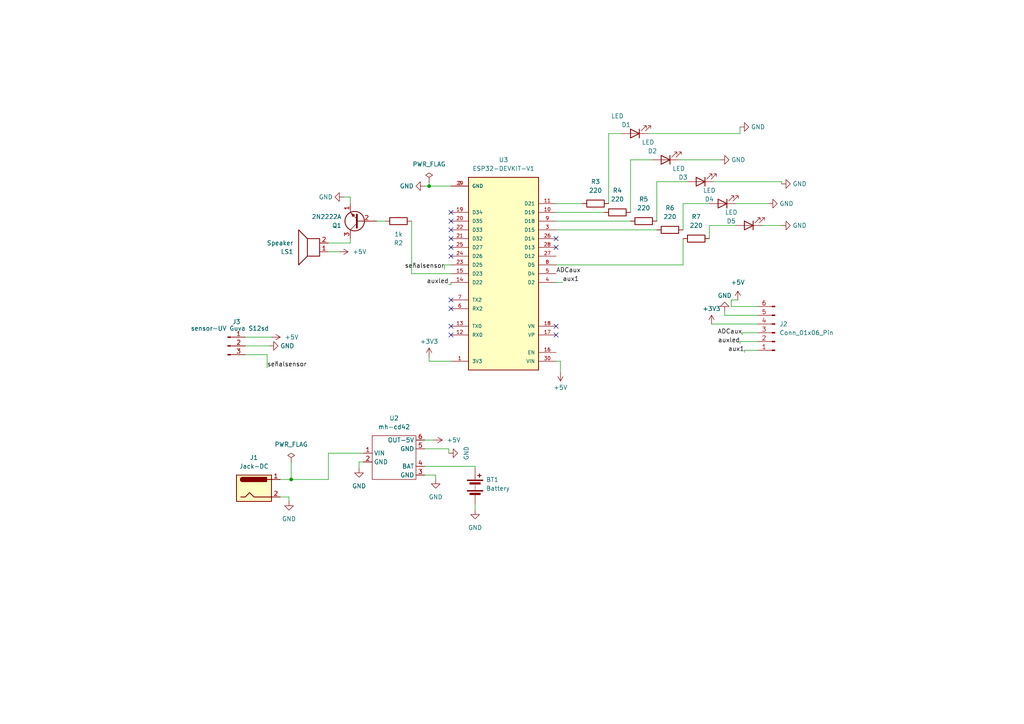
<source format=kicad_sch>
(kicad_sch (version 20230121) (generator eeschema)

  (uuid 555c8edb-ea0c-461b-980f-8113bb7959d8)

  (paper "A4")

  (title_block
    (title "Esquema de prototipo dispositivo de radiacion UV")
  )

  (lib_symbols
    (symbol "Connector:Conn_01x03_Pin" (pin_names (offset 1.016) hide) (in_bom yes) (on_board yes)
      (property "Reference" "J" (at 0 5.08 0)
        (effects (font (size 1.27 1.27)))
      )
      (property "Value" "Conn_01x03_Pin" (at 0 -5.08 0)
        (effects (font (size 1.27 1.27)))
      )
      (property "Footprint" "" (at 0 0 0)
        (effects (font (size 1.27 1.27)) hide)
      )
      (property "Datasheet" "~" (at 0 0 0)
        (effects (font (size 1.27 1.27)) hide)
      )
      (property "ki_locked" "" (at 0 0 0)
        (effects (font (size 1.27 1.27)))
      )
      (property "ki_keywords" "connector" (at 0 0 0)
        (effects (font (size 1.27 1.27)) hide)
      )
      (property "ki_description" "Generic connector, single row, 01x03, script generated" (at 0 0 0)
        (effects (font (size 1.27 1.27)) hide)
      )
      (property "ki_fp_filters" "Connector*:*_1x??_*" (at 0 0 0)
        (effects (font (size 1.27 1.27)) hide)
      )
      (symbol "Conn_01x03_Pin_1_1"
        (polyline
          (pts
            (xy 1.27 -2.54)
            (xy 0.8636 -2.54)
          )
          (stroke (width 0.1524) (type default))
          (fill (type none))
        )
        (polyline
          (pts
            (xy 1.27 0)
            (xy 0.8636 0)
          )
          (stroke (width 0.1524) (type default))
          (fill (type none))
        )
        (polyline
          (pts
            (xy 1.27 2.54)
            (xy 0.8636 2.54)
          )
          (stroke (width 0.1524) (type default))
          (fill (type none))
        )
        (rectangle (start 0.8636 -2.413) (end 0 -2.667)
          (stroke (width 0.1524) (type default))
          (fill (type outline))
        )
        (rectangle (start 0.8636 0.127) (end 0 -0.127)
          (stroke (width 0.1524) (type default))
          (fill (type outline))
        )
        (rectangle (start 0.8636 2.667) (end 0 2.413)
          (stroke (width 0.1524) (type default))
          (fill (type outline))
        )
        (pin passive line (at 5.08 2.54 180) (length 3.81)
          (name "Pin_1" (effects (font (size 1.27 1.27))))
          (number "1" (effects (font (size 1.27 1.27))))
        )
        (pin passive line (at 5.08 0 180) (length 3.81)
          (name "Pin_2" (effects (font (size 1.27 1.27))))
          (number "2" (effects (font (size 1.27 1.27))))
        )
        (pin passive line (at 5.08 -2.54 180) (length 3.81)
          (name "Pin_3" (effects (font (size 1.27 1.27))))
          (number "3" (effects (font (size 1.27 1.27))))
        )
      )
    )
    (symbol "Connector:Conn_01x06_Pin" (pin_names (offset 1.016) hide) (in_bom yes) (on_board yes)
      (property "Reference" "J" (at 0 7.62 0)
        (effects (font (size 1.27 1.27)))
      )
      (property "Value" "Conn_01x06_Pin" (at 0 -10.16 0)
        (effects (font (size 1.27 1.27)))
      )
      (property "Footprint" "" (at 0 0 0)
        (effects (font (size 1.27 1.27)) hide)
      )
      (property "Datasheet" "~" (at 0 0 0)
        (effects (font (size 1.27 1.27)) hide)
      )
      (property "ki_locked" "" (at 0 0 0)
        (effects (font (size 1.27 1.27)))
      )
      (property "ki_keywords" "connector" (at 0 0 0)
        (effects (font (size 1.27 1.27)) hide)
      )
      (property "ki_description" "Generic connector, single row, 01x06, script generated" (at 0 0 0)
        (effects (font (size 1.27 1.27)) hide)
      )
      (property "ki_fp_filters" "Connector*:*_1x??_*" (at 0 0 0)
        (effects (font (size 1.27 1.27)) hide)
      )
      (symbol "Conn_01x06_Pin_1_1"
        (polyline
          (pts
            (xy 1.27 -7.62)
            (xy 0.8636 -7.62)
          )
          (stroke (width 0.1524) (type default))
          (fill (type none))
        )
        (polyline
          (pts
            (xy 1.27 -5.08)
            (xy 0.8636 -5.08)
          )
          (stroke (width 0.1524) (type default))
          (fill (type none))
        )
        (polyline
          (pts
            (xy 1.27 -2.54)
            (xy 0.8636 -2.54)
          )
          (stroke (width 0.1524) (type default))
          (fill (type none))
        )
        (polyline
          (pts
            (xy 1.27 0)
            (xy 0.8636 0)
          )
          (stroke (width 0.1524) (type default))
          (fill (type none))
        )
        (polyline
          (pts
            (xy 1.27 2.54)
            (xy 0.8636 2.54)
          )
          (stroke (width 0.1524) (type default))
          (fill (type none))
        )
        (polyline
          (pts
            (xy 1.27 5.08)
            (xy 0.8636 5.08)
          )
          (stroke (width 0.1524) (type default))
          (fill (type none))
        )
        (rectangle (start 0.8636 -7.493) (end 0 -7.747)
          (stroke (width 0.1524) (type default))
          (fill (type outline))
        )
        (rectangle (start 0.8636 -4.953) (end 0 -5.207)
          (stroke (width 0.1524) (type default))
          (fill (type outline))
        )
        (rectangle (start 0.8636 -2.413) (end 0 -2.667)
          (stroke (width 0.1524) (type default))
          (fill (type outline))
        )
        (rectangle (start 0.8636 0.127) (end 0 -0.127)
          (stroke (width 0.1524) (type default))
          (fill (type outline))
        )
        (rectangle (start 0.8636 2.667) (end 0 2.413)
          (stroke (width 0.1524) (type default))
          (fill (type outline))
        )
        (rectangle (start 0.8636 5.207) (end 0 4.953)
          (stroke (width 0.1524) (type default))
          (fill (type outline))
        )
        (pin passive line (at 5.08 5.08 180) (length 3.81)
          (name "Pin_1" (effects (font (size 1.27 1.27))))
          (number "1" (effects (font (size 1.27 1.27))))
        )
        (pin passive line (at 5.08 2.54 180) (length 3.81)
          (name "Pin_2" (effects (font (size 1.27 1.27))))
          (number "2" (effects (font (size 1.27 1.27))))
        )
        (pin passive line (at 5.08 0 180) (length 3.81)
          (name "Pin_3" (effects (font (size 1.27 1.27))))
          (number "3" (effects (font (size 1.27 1.27))))
        )
        (pin passive line (at 5.08 -2.54 180) (length 3.81)
          (name "Pin_4" (effects (font (size 1.27 1.27))))
          (number "4" (effects (font (size 1.27 1.27))))
        )
        (pin passive line (at 5.08 -5.08 180) (length 3.81)
          (name "Pin_5" (effects (font (size 1.27 1.27))))
          (number "5" (effects (font (size 1.27 1.27))))
        )
        (pin passive line (at 5.08 -7.62 180) (length 3.81)
          (name "Pin_6" (effects (font (size 1.27 1.27))))
          (number "6" (effects (font (size 1.27 1.27))))
        )
      )
    )
    (symbol "Connector:Jack-DC" (pin_names (offset 1.016)) (in_bom yes) (on_board yes)
      (property "Reference" "J" (at 0 5.334 0)
        (effects (font (size 1.27 1.27)))
      )
      (property "Value" "Jack-DC" (at 0 -5.08 0)
        (effects (font (size 1.27 1.27)))
      )
      (property "Footprint" "" (at 1.27 -1.016 0)
        (effects (font (size 1.27 1.27)) hide)
      )
      (property "Datasheet" "~" (at 1.27 -1.016 0)
        (effects (font (size 1.27 1.27)) hide)
      )
      (property "ki_keywords" "DC power barrel jack connector" (at 0 0 0)
        (effects (font (size 1.27 1.27)) hide)
      )
      (property "ki_description" "DC Barrel Jack" (at 0 0 0)
        (effects (font (size 1.27 1.27)) hide)
      )
      (property "ki_fp_filters" "BarrelJack*" (at 0 0 0)
        (effects (font (size 1.27 1.27)) hide)
      )
      (symbol "Jack-DC_0_1"
        (rectangle (start -5.08 3.81) (end 5.08 -3.81)
          (stroke (width 0.254) (type default))
          (fill (type background))
        )
        (arc (start -3.302 3.175) (mid -3.9343 2.54) (end -3.302 1.905)
          (stroke (width 0.254) (type default))
          (fill (type none))
        )
        (arc (start -3.302 3.175) (mid -3.9343 2.54) (end -3.302 1.905)
          (stroke (width 0.254) (type default))
          (fill (type outline))
        )
        (polyline
          (pts
            (xy 5.08 2.54)
            (xy 3.81 2.54)
          )
          (stroke (width 0.254) (type default))
          (fill (type none))
        )
        (polyline
          (pts
            (xy -3.81 -2.54)
            (xy -2.54 -2.54)
            (xy -1.27 -1.27)
            (xy 0 -2.54)
            (xy 2.54 -2.54)
            (xy 5.08 -2.54)
          )
          (stroke (width 0.254) (type default))
          (fill (type none))
        )
        (rectangle (start 3.683 3.175) (end -3.302 1.905)
          (stroke (width 0.254) (type default))
          (fill (type outline))
        )
      )
      (symbol "Jack-DC_1_1"
        (pin passive line (at 7.62 2.54 180) (length 2.54)
          (name "~" (effects (font (size 1.27 1.27))))
          (number "1" (effects (font (size 1.27 1.27))))
        )
        (pin passive line (at 7.62 -2.54 180) (length 2.54)
          (name "~" (effects (font (size 1.27 1.27))))
          (number "2" (effects (font (size 1.27 1.27))))
        )
      )
    )
    (symbol "Device:Battery" (pin_numbers hide) (pin_names (offset 0) hide) (in_bom yes) (on_board yes)
      (property "Reference" "BT" (at 2.54 2.54 0)
        (effects (font (size 1.27 1.27)) (justify left))
      )
      (property "Value" "Battery" (at 2.54 0 0)
        (effects (font (size 1.27 1.27)) (justify left))
      )
      (property "Footprint" "" (at 0 1.524 90)
        (effects (font (size 1.27 1.27)) hide)
      )
      (property "Datasheet" "~" (at 0 1.524 90)
        (effects (font (size 1.27 1.27)) hide)
      )
      (property "ki_keywords" "batt voltage-source cell" (at 0 0 0)
        (effects (font (size 1.27 1.27)) hide)
      )
      (property "ki_description" "Multiple-cell battery" (at 0 0 0)
        (effects (font (size 1.27 1.27)) hide)
      )
      (symbol "Battery_0_1"
        (rectangle (start -2.286 -1.27) (end 2.286 -1.524)
          (stroke (width 0) (type default))
          (fill (type outline))
        )
        (rectangle (start -2.286 1.778) (end 2.286 1.524)
          (stroke (width 0) (type default))
          (fill (type outline))
        )
        (rectangle (start -1.524 -2.032) (end 1.524 -2.54)
          (stroke (width 0) (type default))
          (fill (type outline))
        )
        (rectangle (start -1.524 1.016) (end 1.524 0.508)
          (stroke (width 0) (type default))
          (fill (type outline))
        )
        (polyline
          (pts
            (xy 0 -1.016)
            (xy 0 -0.762)
          )
          (stroke (width 0) (type default))
          (fill (type none))
        )
        (polyline
          (pts
            (xy 0 -0.508)
            (xy 0 -0.254)
          )
          (stroke (width 0) (type default))
          (fill (type none))
        )
        (polyline
          (pts
            (xy 0 0)
            (xy 0 0.254)
          )
          (stroke (width 0) (type default))
          (fill (type none))
        )
        (polyline
          (pts
            (xy 0 1.778)
            (xy 0 2.54)
          )
          (stroke (width 0) (type default))
          (fill (type none))
        )
        (polyline
          (pts
            (xy 0.762 3.048)
            (xy 1.778 3.048)
          )
          (stroke (width 0.254) (type default))
          (fill (type none))
        )
        (polyline
          (pts
            (xy 1.27 3.556)
            (xy 1.27 2.54)
          )
          (stroke (width 0.254) (type default))
          (fill (type none))
        )
      )
      (symbol "Battery_1_1"
        (pin passive line (at 0 5.08 270) (length 2.54)
          (name "+" (effects (font (size 1.27 1.27))))
          (number "1" (effects (font (size 1.27 1.27))))
        )
        (pin passive line (at 0 -5.08 90) (length 2.54)
          (name "-" (effects (font (size 1.27 1.27))))
          (number "2" (effects (font (size 1.27 1.27))))
        )
      )
    )
    (symbol "Device:LED" (pin_numbers hide) (pin_names (offset 1.016) hide) (in_bom yes) (on_board yes)
      (property "Reference" "D" (at 0 2.54 0)
        (effects (font (size 1.27 1.27)))
      )
      (property "Value" "LED" (at 0 -2.54 0)
        (effects (font (size 1.27 1.27)))
      )
      (property "Footprint" "" (at 0 0 0)
        (effects (font (size 1.27 1.27)) hide)
      )
      (property "Datasheet" "~" (at 0 0 0)
        (effects (font (size 1.27 1.27)) hide)
      )
      (property "ki_keywords" "LED diode" (at 0 0 0)
        (effects (font (size 1.27 1.27)) hide)
      )
      (property "ki_description" "Light emitting diode" (at 0 0 0)
        (effects (font (size 1.27 1.27)) hide)
      )
      (property "ki_fp_filters" "LED* LED_SMD:* LED_THT:*" (at 0 0 0)
        (effects (font (size 1.27 1.27)) hide)
      )
      (symbol "LED_0_1"
        (polyline
          (pts
            (xy -1.27 -1.27)
            (xy -1.27 1.27)
          )
          (stroke (width 0.254) (type default))
          (fill (type none))
        )
        (polyline
          (pts
            (xy -1.27 0)
            (xy 1.27 0)
          )
          (stroke (width 0) (type default))
          (fill (type none))
        )
        (polyline
          (pts
            (xy 1.27 -1.27)
            (xy 1.27 1.27)
            (xy -1.27 0)
            (xy 1.27 -1.27)
          )
          (stroke (width 0.254) (type default))
          (fill (type none))
        )
        (polyline
          (pts
            (xy -3.048 -0.762)
            (xy -4.572 -2.286)
            (xy -3.81 -2.286)
            (xy -4.572 -2.286)
            (xy -4.572 -1.524)
          )
          (stroke (width 0) (type default))
          (fill (type none))
        )
        (polyline
          (pts
            (xy -1.778 -0.762)
            (xy -3.302 -2.286)
            (xy -2.54 -2.286)
            (xy -3.302 -2.286)
            (xy -3.302 -1.524)
          )
          (stroke (width 0) (type default))
          (fill (type none))
        )
      )
      (symbol "LED_1_1"
        (pin passive line (at -3.81 0 0) (length 2.54)
          (name "K" (effects (font (size 1.27 1.27))))
          (number "1" (effects (font (size 1.27 1.27))))
        )
        (pin passive line (at 3.81 0 180) (length 2.54)
          (name "A" (effects (font (size 1.27 1.27))))
          (number "2" (effects (font (size 1.27 1.27))))
        )
      )
    )
    (symbol "Device:R" (pin_numbers hide) (pin_names (offset 0)) (in_bom yes) (on_board yes)
      (property "Reference" "R" (at 2.032 0 90)
        (effects (font (size 1.27 1.27)))
      )
      (property "Value" "R" (at 0 0 90)
        (effects (font (size 1.27 1.27)))
      )
      (property "Footprint" "" (at -1.778 0 90)
        (effects (font (size 1.27 1.27)) hide)
      )
      (property "Datasheet" "~" (at 0 0 0)
        (effects (font (size 1.27 1.27)) hide)
      )
      (property "ki_keywords" "R res resistor" (at 0 0 0)
        (effects (font (size 1.27 1.27)) hide)
      )
      (property "ki_description" "Resistor" (at 0 0 0)
        (effects (font (size 1.27 1.27)) hide)
      )
      (property "ki_fp_filters" "R_*" (at 0 0 0)
        (effects (font (size 1.27 1.27)) hide)
      )
      (symbol "R_0_1"
        (rectangle (start -1.016 -2.54) (end 1.016 2.54)
          (stroke (width 0.254) (type default))
          (fill (type none))
        )
      )
      (symbol "R_1_1"
        (pin passive line (at 0 3.81 270) (length 1.27)
          (name "~" (effects (font (size 1.27 1.27))))
          (number "1" (effects (font (size 1.27 1.27))))
        )
        (pin passive line (at 0 -3.81 90) (length 1.27)
          (name "~" (effects (font (size 1.27 1.27))))
          (number "2" (effects (font (size 1.27 1.27))))
        )
      )
    )
    (symbol "Device:Speaker" (pin_names (offset 0) hide) (in_bom yes) (on_board yes)
      (property "Reference" "LS" (at 1.27 5.715 0)
        (effects (font (size 1.27 1.27)) (justify right))
      )
      (property "Value" "Speaker" (at 1.27 3.81 0)
        (effects (font (size 1.27 1.27)) (justify right))
      )
      (property "Footprint" "" (at 0 -5.08 0)
        (effects (font (size 1.27 1.27)) hide)
      )
      (property "Datasheet" "~" (at -0.254 -1.27 0)
        (effects (font (size 1.27 1.27)) hide)
      )
      (property "ki_keywords" "speaker sound" (at 0 0 0)
        (effects (font (size 1.27 1.27)) hide)
      )
      (property "ki_description" "Speaker" (at 0 0 0)
        (effects (font (size 1.27 1.27)) hide)
      )
      (symbol "Speaker_0_0"
        (rectangle (start -2.54 1.27) (end 1.016 -3.81)
          (stroke (width 0.254) (type default))
          (fill (type none))
        )
        (polyline
          (pts
            (xy 1.016 1.27)
            (xy 3.556 3.81)
            (xy 3.556 -6.35)
            (xy 1.016 -3.81)
          )
          (stroke (width 0.254) (type default))
          (fill (type none))
        )
      )
      (symbol "Speaker_1_1"
        (pin input line (at -5.08 0 0) (length 2.54)
          (name "1" (effects (font (size 1.27 1.27))))
          (number "1" (effects (font (size 1.27 1.27))))
        )
        (pin input line (at -5.08 -2.54 0) (length 2.54)
          (name "2" (effects (font (size 1.27 1.27))))
          (number "2" (effects (font (size 1.27 1.27))))
        )
      )
    )
    (symbol "ESP32-DEVKIT-V1:ESP32-DEVKIT-V1" (pin_names (offset 1.016)) (in_bom yes) (on_board yes)
      (property "Reference" "U" (at -10.16 30.48 0)
        (effects (font (size 1.27 1.27)) (justify left top))
      )
      (property "Value" "ESP32-DEVKIT-V1" (at -10.16 -30.48 0)
        (effects (font (size 1.27 1.27)) (justify left bottom))
      )
      (property "Footprint" "ESP32-DEVKIT-V1:MODULE_ESP32_DEVKIT_V1" (at 0 0 0)
        (effects (font (size 1.27 1.27)) (justify bottom) hide)
      )
      (property "Datasheet" "" (at 0 0 0)
        (effects (font (size 1.27 1.27)) hide)
      )
      (property "MF" "Do it" (at 0 0 0)
        (effects (font (size 1.27 1.27)) (justify bottom) hide)
      )
      (property "MAXIMUM_PACKAGE_HEIGHT" "6.8 mm" (at 0 0 0)
        (effects (font (size 1.27 1.27)) (justify bottom) hide)
      )
      (property "Package" "None" (at 0 0 0)
        (effects (font (size 1.27 1.27)) (justify bottom) hide)
      )
      (property "Price" "None" (at 0 0 0)
        (effects (font (size 1.27 1.27)) (justify bottom) hide)
      )
      (property "Check_prices" "https://www.snapeda.com/parts/ESP32-DEVKIT-V1/Do+it/view-part/?ref=eda" (at 0 0 0)
        (effects (font (size 1.27 1.27)) (justify bottom) hide)
      )
      (property "STANDARD" "Manufacturer Recommendations" (at 0 0 0)
        (effects (font (size 1.27 1.27)) (justify bottom) hide)
      )
      (property "PARTREV" "N/A" (at 0 0 0)
        (effects (font (size 1.27 1.27)) (justify bottom) hide)
      )
      (property "SnapEDA_Link" "https://www.snapeda.com/parts/ESP32-DEVKIT-V1/Do+it/view-part/?ref=snap" (at 0 0 0)
        (effects (font (size 1.27 1.27)) (justify bottom) hide)
      )
      (property "MP" "ESP32-DEVKIT-V1" (at 0 0 0)
        (effects (font (size 1.27 1.27)) (justify bottom) hide)
      )
      (property "Description" "\nDual core, Wi-Fi: 2.4 GHz up to 150 Mbits/s,BLE (Bluetooth Low Energy) and legacy Bluetooth, 32 bits, Up to 240 MHz\n" (at 0 0 0)
        (effects (font (size 1.27 1.27)) (justify bottom) hide)
      )
      (property "Availability" "Not in stock" (at 0 0 0)
        (effects (font (size 1.27 1.27)) (justify bottom) hide)
      )
      (property "MANUFACTURER" "DOIT" (at 0 0 0)
        (effects (font (size 1.27 1.27)) (justify bottom) hide)
      )
      (symbol "ESP32-DEVKIT-V1_0_0"
        (rectangle (start -10.16 -27.94) (end 10.16 27.94)
          (stroke (width 0.254) (type default))
          (fill (type background))
        )
        (pin output line (at 15.24 25.4 180) (length 5.08)
          (name "3V3" (effects (font (size 1.016 1.016))))
          (number "1" (effects (font (size 1.016 1.016))))
        )
        (pin bidirectional line (at -15.24 -17.78 0) (length 5.08)
          (name "D19" (effects (font (size 1.016 1.016))))
          (number "10" (effects (font (size 1.016 1.016))))
        )
        (pin bidirectional line (at -15.24 -20.32 0) (length 5.08)
          (name "D21" (effects (font (size 1.016 1.016))))
          (number "11" (effects (font (size 1.016 1.016))))
        )
        (pin input line (at 15.24 17.78 180) (length 5.08)
          (name "RX0" (effects (font (size 1.016 1.016))))
          (number "12" (effects (font (size 1.016 1.016))))
        )
        (pin output line (at 15.24 15.24 180) (length 5.08)
          (name "TX0" (effects (font (size 1.016 1.016))))
          (number "13" (effects (font (size 1.016 1.016))))
        )
        (pin bidirectional line (at 15.24 2.54 180) (length 5.08)
          (name "D22" (effects (font (size 1.016 1.016))))
          (number "14" (effects (font (size 1.016 1.016))))
        )
        (pin bidirectional line (at 15.24 0 180) (length 5.08)
          (name "D23" (effects (font (size 1.016 1.016))))
          (number "15" (effects (font (size 1.016 1.016))))
        )
        (pin input line (at -15.24 22.86 0) (length 5.08)
          (name "EN" (effects (font (size 1.016 1.016))))
          (number "16" (effects (font (size 1.016 1.016))))
        )
        (pin bidirectional line (at -15.24 17.78 0) (length 5.08)
          (name "VP" (effects (font (size 1.016 1.016))))
          (number "17" (effects (font (size 1.016 1.016))))
        )
        (pin bidirectional line (at -15.24 15.24 0) (length 5.08)
          (name "VN" (effects (font (size 1.016 1.016))))
          (number "18" (effects (font (size 1.016 1.016))))
        )
        (pin bidirectional line (at 15.24 -17.78 180) (length 5.08)
          (name "D34" (effects (font (size 1.016 1.016))))
          (number "19" (effects (font (size 1.016 1.016))))
        )
        (pin power_in line (at 15.24 -25.4 180) (length 5.08)
          (name "GND" (effects (font (size 1.016 1.016))))
          (number "2" (effects (font (size 1.016 1.016))))
        )
        (pin bidirectional line (at 15.24 -15.24 180) (length 5.08)
          (name "D35" (effects (font (size 1.016 1.016))))
          (number "20" (effects (font (size 1.016 1.016))))
        )
        (pin bidirectional line (at 15.24 -10.16 180) (length 5.08)
          (name "D32" (effects (font (size 1.016 1.016))))
          (number "21" (effects (font (size 1.016 1.016))))
        )
        (pin bidirectional line (at 15.24 -12.7 180) (length 5.08)
          (name "D33" (effects (font (size 1.016 1.016))))
          (number "22" (effects (font (size 1.016 1.016))))
        )
        (pin bidirectional line (at 15.24 -2.54 180) (length 5.08)
          (name "D25" (effects (font (size 1.016 1.016))))
          (number "23" (effects (font (size 1.016 1.016))))
        )
        (pin bidirectional line (at 15.24 -5.08 180) (length 5.08)
          (name "D26" (effects (font (size 1.016 1.016))))
          (number "24" (effects (font (size 1.016 1.016))))
        )
        (pin bidirectional line (at 15.24 -7.62 180) (length 5.08)
          (name "D27" (effects (font (size 1.016 1.016))))
          (number "25" (effects (font (size 1.016 1.016))))
        )
        (pin bidirectional line (at -15.24 -10.16 0) (length 5.08)
          (name "D14" (effects (font (size 1.016 1.016))))
          (number "26" (effects (font (size 1.016 1.016))))
        )
        (pin bidirectional line (at -15.24 -5.08 0) (length 5.08)
          (name "D12" (effects (font (size 1.016 1.016))))
          (number "27" (effects (font (size 1.016 1.016))))
        )
        (pin bidirectional line (at -15.24 -7.62 0) (length 5.08)
          (name "D13" (effects (font (size 1.016 1.016))))
          (number "28" (effects (font (size 1.016 1.016))))
        )
        (pin power_in line (at 15.24 -25.4 180) (length 5.08)
          (name "GND" (effects (font (size 1.016 1.016))))
          (number "29" (effects (font (size 1.016 1.016))))
        )
        (pin bidirectional line (at -15.24 -12.7 0) (length 5.08)
          (name "D15" (effects (font (size 1.016 1.016))))
          (number "3" (effects (font (size 1.016 1.016))))
        )
        (pin input line (at -15.24 25.4 0) (length 5.08)
          (name "VIN" (effects (font (size 1.016 1.016))))
          (number "30" (effects (font (size 1.016 1.016))))
        )
        (pin bidirectional line (at -15.24 2.54 0) (length 5.08)
          (name "D2" (effects (font (size 1.016 1.016))))
          (number "4" (effects (font (size 1.016 1.016))))
        )
        (pin bidirectional line (at -15.24 0 0) (length 5.08)
          (name "D4" (effects (font (size 1.016 1.016))))
          (number "5" (effects (font (size 1.016 1.016))))
        )
        (pin input line (at 15.24 10.16 180) (length 5.08)
          (name "RX2" (effects (font (size 1.016 1.016))))
          (number "6" (effects (font (size 1.016 1.016))))
        )
        (pin output line (at 15.24 7.62 180) (length 5.08)
          (name "TX2" (effects (font (size 1.016 1.016))))
          (number "7" (effects (font (size 1.016 1.016))))
        )
        (pin bidirectional line (at -15.24 -2.54 0) (length 5.08)
          (name "D5" (effects (font (size 1.016 1.016))))
          (number "8" (effects (font (size 1.016 1.016))))
        )
        (pin bidirectional line (at -15.24 -15.24 0) (length 5.08)
          (name "D18" (effects (font (size 1.016 1.016))))
          (number "9" (effects (font (size 1.016 1.016))))
        )
      )
    )
    (symbol "Transistor_BJT:2N2219" (pin_names (offset 0) hide) (in_bom yes) (on_board yes)
      (property "Reference" "Q" (at 5.08 1.905 0)
        (effects (font (size 1.27 1.27)) (justify left))
      )
      (property "Value" "2N2219" (at 5.08 0 0)
        (effects (font (size 1.27 1.27)) (justify left))
      )
      (property "Footprint" "Package_TO_SOT_THT:TO-39-3" (at 5.08 -1.905 0)
        (effects (font (size 1.27 1.27) italic) (justify left) hide)
      )
      (property "Datasheet" "http://www.onsemi.com/pub_link/Collateral/2N2219-D.PDF" (at 0 0 0)
        (effects (font (size 1.27 1.27)) (justify left) hide)
      )
      (property "ki_keywords" "NPN Transistor" (at 0 0 0)
        (effects (font (size 1.27 1.27)) hide)
      )
      (property "ki_description" "800mA Ic, 50V Vce, NPN Transistor, TO-39" (at 0 0 0)
        (effects (font (size 1.27 1.27)) hide)
      )
      (property "ki_fp_filters" "TO?39*" (at 0 0 0)
        (effects (font (size 1.27 1.27)) hide)
      )
      (symbol "2N2219_0_1"
        (polyline
          (pts
            (xy 0.635 0.635)
            (xy 2.54 2.54)
          )
          (stroke (width 0) (type default))
          (fill (type none))
        )
        (polyline
          (pts
            (xy 0.635 -0.635)
            (xy 2.54 -2.54)
            (xy 2.54 -2.54)
          )
          (stroke (width 0) (type default))
          (fill (type none))
        )
        (polyline
          (pts
            (xy 0.635 1.905)
            (xy 0.635 -1.905)
            (xy 0.635 -1.905)
          )
          (stroke (width 0.508) (type default))
          (fill (type none))
        )
        (polyline
          (pts
            (xy 1.27 -1.778)
            (xy 1.778 -1.27)
            (xy 2.286 -2.286)
            (xy 1.27 -1.778)
            (xy 1.27 -1.778)
          )
          (stroke (width 0) (type default))
          (fill (type outline))
        )
        (circle (center 1.27 0) (radius 2.8194)
          (stroke (width 0.254) (type default))
          (fill (type none))
        )
      )
      (symbol "2N2219_1_1"
        (pin passive line (at 2.54 -5.08 90) (length 2.54)
          (name "E" (effects (font (size 1.27 1.27))))
          (number "1" (effects (font (size 1.27 1.27))))
        )
        (pin passive line (at -5.08 0 0) (length 5.715)
          (name "B" (effects (font (size 1.27 1.27))))
          (number "2" (effects (font (size 1.27 1.27))))
        )
        (pin passive line (at 2.54 5.08 270) (length 2.54)
          (name "C" (effects (font (size 1.27 1.27))))
          (number "3" (effects (font (size 1.27 1.27))))
        )
      )
    )
    (symbol "cd42:mh-cd42" (in_bom yes) (on_board yes)
      (property "Reference" "U" (at 0 7.62 0)
        (effects (font (size 1.27 1.27)))
      )
      (property "Value" "mh-cd42" (at 0 -7.62 0)
        (effects (font (size 1.27 1.27)))
      )
      (property "Footprint" "" (at -1.27 5.08 0)
        (effects (font (size 1.27 1.27)) hide)
      )
      (property "Datasheet" "" (at -1.27 5.08 0)
        (effects (font (size 1.27 1.27)) hide)
      )
      (symbol "mh-cd42_0_1"
        (rectangle (start -6.35 6.35) (end 6.35 -6.35)
          (stroke (width 0) (type default))
          (fill (type none))
        )
      )
      (symbol "mh-cd42_1_1"
        (pin power_in line (at -8.89 1.27 0) (length 2.54)
          (name "VIN" (effects (font (size 1.27 1.27))))
          (number "1" (effects (font (size 1.27 1.27))))
        )
        (pin passive line (at -8.89 -1.27 0) (length 2.54)
          (name "GND" (effects (font (size 1.27 1.27))))
          (number "2" (effects (font (size 1.27 1.27))))
        )
        (pin passive line (at 8.89 -5.08 180) (length 2.54)
          (name "GND" (effects (font (size 1.27 1.27))))
          (number "3" (effects (font (size 1.27 1.27))))
        )
        (pin passive line (at 8.89 -2.54 180) (length 2.54)
          (name "BAT" (effects (font (size 1.27 1.27))))
          (number "4" (effects (font (size 1.27 1.27))))
        )
        (pin passive line (at 8.89 2.54 180) (length 2.54)
          (name "GND" (effects (font (size 1.27 1.27))))
          (number "5" (effects (font (size 1.27 1.27))))
        )
        (pin power_out line (at 8.89 5.08 180) (length 2.54)
          (name "OUT-5V" (effects (font (size 1.27 1.27))))
          (number "6" (effects (font (size 1.27 1.27))))
        )
      )
    )
    (symbol "power:+3V3" (power) (pin_names (offset 0)) (in_bom yes) (on_board yes)
      (property "Reference" "#PWR" (at 0 -3.81 0)
        (effects (font (size 1.27 1.27)) hide)
      )
      (property "Value" "+3V3" (at 0 3.556 0)
        (effects (font (size 1.27 1.27)))
      )
      (property "Footprint" "" (at 0 0 0)
        (effects (font (size 1.27 1.27)) hide)
      )
      (property "Datasheet" "" (at 0 0 0)
        (effects (font (size 1.27 1.27)) hide)
      )
      (property "ki_keywords" "global power" (at 0 0 0)
        (effects (font (size 1.27 1.27)) hide)
      )
      (property "ki_description" "Power symbol creates a global label with name \"+3V3\"" (at 0 0 0)
        (effects (font (size 1.27 1.27)) hide)
      )
      (symbol "+3V3_0_1"
        (polyline
          (pts
            (xy -0.762 1.27)
            (xy 0 2.54)
          )
          (stroke (width 0) (type default))
          (fill (type none))
        )
        (polyline
          (pts
            (xy 0 0)
            (xy 0 2.54)
          )
          (stroke (width 0) (type default))
          (fill (type none))
        )
        (polyline
          (pts
            (xy 0 2.54)
            (xy 0.762 1.27)
          )
          (stroke (width 0) (type default))
          (fill (type none))
        )
      )
      (symbol "+3V3_1_1"
        (pin power_in line (at 0 0 90) (length 0) hide
          (name "+3V3" (effects (font (size 1.27 1.27))))
          (number "1" (effects (font (size 1.27 1.27))))
        )
      )
    )
    (symbol "power:+5V" (power) (pin_names (offset 0)) (in_bom yes) (on_board yes)
      (property "Reference" "#PWR" (at 0 -3.81 0)
        (effects (font (size 1.27 1.27)) hide)
      )
      (property "Value" "+5V" (at 0 3.556 0)
        (effects (font (size 1.27 1.27)))
      )
      (property "Footprint" "" (at 0 0 0)
        (effects (font (size 1.27 1.27)) hide)
      )
      (property "Datasheet" "" (at 0 0 0)
        (effects (font (size 1.27 1.27)) hide)
      )
      (property "ki_keywords" "global power" (at 0 0 0)
        (effects (font (size 1.27 1.27)) hide)
      )
      (property "ki_description" "Power symbol creates a global label with name \"+5V\"" (at 0 0 0)
        (effects (font (size 1.27 1.27)) hide)
      )
      (symbol "+5V_0_1"
        (polyline
          (pts
            (xy -0.762 1.27)
            (xy 0 2.54)
          )
          (stroke (width 0) (type default))
          (fill (type none))
        )
        (polyline
          (pts
            (xy 0 0)
            (xy 0 2.54)
          )
          (stroke (width 0) (type default))
          (fill (type none))
        )
        (polyline
          (pts
            (xy 0 2.54)
            (xy 0.762 1.27)
          )
          (stroke (width 0) (type default))
          (fill (type none))
        )
      )
      (symbol "+5V_1_1"
        (pin power_in line (at 0 0 90) (length 0) hide
          (name "+5V" (effects (font (size 1.27 1.27))))
          (number "1" (effects (font (size 1.27 1.27))))
        )
      )
    )
    (symbol "power:GND" (power) (pin_names (offset 0)) (in_bom yes) (on_board yes)
      (property "Reference" "#PWR" (at 0 -6.35 0)
        (effects (font (size 1.27 1.27)) hide)
      )
      (property "Value" "GND" (at 0 -3.81 0)
        (effects (font (size 1.27 1.27)))
      )
      (property "Footprint" "" (at 0 0 0)
        (effects (font (size 1.27 1.27)) hide)
      )
      (property "Datasheet" "" (at 0 0 0)
        (effects (font (size 1.27 1.27)) hide)
      )
      (property "ki_keywords" "global power" (at 0 0 0)
        (effects (font (size 1.27 1.27)) hide)
      )
      (property "ki_description" "Power symbol creates a global label with name \"GND\" , ground" (at 0 0 0)
        (effects (font (size 1.27 1.27)) hide)
      )
      (symbol "GND_0_1"
        (polyline
          (pts
            (xy 0 0)
            (xy 0 -1.27)
            (xy 1.27 -1.27)
            (xy 0 -2.54)
            (xy -1.27 -1.27)
            (xy 0 -1.27)
          )
          (stroke (width 0) (type default))
          (fill (type none))
        )
      )
      (symbol "GND_1_1"
        (pin power_in line (at 0 0 270) (length 0) hide
          (name "GND" (effects (font (size 1.27 1.27))))
          (number "1" (effects (font (size 1.27 1.27))))
        )
      )
    )
    (symbol "power:PWR_FLAG" (power) (pin_numbers hide) (pin_names (offset 0) hide) (in_bom yes) (on_board yes)
      (property "Reference" "#FLG" (at 0 1.905 0)
        (effects (font (size 1.27 1.27)) hide)
      )
      (property "Value" "PWR_FLAG" (at 0 3.81 0)
        (effects (font (size 1.27 1.27)))
      )
      (property "Footprint" "" (at 0 0 0)
        (effects (font (size 1.27 1.27)) hide)
      )
      (property "Datasheet" "~" (at 0 0 0)
        (effects (font (size 1.27 1.27)) hide)
      )
      (property "ki_keywords" "flag power" (at 0 0 0)
        (effects (font (size 1.27 1.27)) hide)
      )
      (property "ki_description" "Special symbol for telling ERC where power comes from" (at 0 0 0)
        (effects (font (size 1.27 1.27)) hide)
      )
      (symbol "PWR_FLAG_0_0"
        (pin power_out line (at 0 0 90) (length 0)
          (name "pwr" (effects (font (size 1.27 1.27))))
          (number "1" (effects (font (size 1.27 1.27))))
        )
      )
      (symbol "PWR_FLAG_0_1"
        (polyline
          (pts
            (xy 0 0)
            (xy 0 1.27)
            (xy -1.016 1.905)
            (xy 0 2.54)
            (xy 1.016 1.905)
            (xy 0 1.27)
          )
          (stroke (width 0) (type default))
          (fill (type none))
        )
      )
    )
  )

  (junction (at 84.455 139.065) (diameter 0) (color 0 0 0 0)
    (uuid 8336abfc-2674-4374-9202-fa591e9bd32d)
  )
  (junction (at 124.46 53.975) (diameter 0) (color 0 0 0 0)
    (uuid db135e5d-eeb5-4cdb-8666-d10ed6b5e974)
  )

  (no_connect (at 130.81 97.155) (uuid 0b4bb10c-7a07-454c-9e77-16692ac4ceef))
  (no_connect (at 130.81 71.755) (uuid 202ed386-e5a2-4af8-9099-4520c78ec8ff))
  (no_connect (at 130.81 69.215) (uuid 2943662f-f608-4e58-a362-3277476e5fbd))
  (no_connect (at 161.29 97.155) (uuid 3f750971-b74d-4ca2-bdd9-571084e3fd49))
  (no_connect (at 130.81 64.135) (uuid 48bf4a76-b0cc-4b08-9d9e-fd2c3929902a))
  (no_connect (at 161.29 71.755) (uuid 547d8854-dac2-4d4d-a0dd-6005ebf813b5))
  (no_connect (at 130.81 94.615) (uuid 5f87d025-0012-4250-a422-7ca10e0b94ff))
  (no_connect (at 161.29 94.615) (uuid 6baf931e-8563-4f34-9c82-ea456ba1f2c3))
  (no_connect (at 130.81 86.995) (uuid 7374efa4-8321-4153-8bea-2b37bcd947d0))
  (no_connect (at 130.81 89.535) (uuid 76943089-5de2-4101-8bbf-6310f9da7f49))
  (no_connect (at 130.81 61.595) (uuid a2994903-5072-4caa-bcf1-ce69b2c9bf34))
  (no_connect (at 161.29 69.215) (uuid b8caf7a2-cf24-49e1-833d-2b6c3cc23d45))
  (no_connect (at 130.81 66.675) (uuid da5c00d8-4646-42c0-8d6a-b4aa5e8d83d3))
  (no_connect (at 130.81 74.295) (uuid e6c6b79e-69d3-499f-ab8d-31da34f2abf0))

  (wire (pts (xy 207.01 52.705) (xy 226.695 52.705))
    (stroke (width 0) (type default))
    (uuid 0005cfd6-81de-40b3-b54f-3e0f1bf77247)
  )
  (wire (pts (xy 81.28 139.065) (xy 84.455 139.065))
    (stroke (width 0) (type default))
    (uuid 01ee0f27-0e06-491e-a568-7d57581a0c1d)
  )
  (wire (pts (xy 210.185 90.17) (xy 210.185 91.44))
    (stroke (width 0) (type default))
    (uuid 065d67d5-28f3-4f7f-bba7-d5d3ac1e7f61)
  )
  (wire (pts (xy 205.74 65.405) (xy 213.36 65.405))
    (stroke (width 0) (type default))
    (uuid 088884f0-79e1-4d68-9d68-dcef55f88dcb)
  )
  (wire (pts (xy 71.12 97.79) (xy 78.74 97.79))
    (stroke (width 0) (type default))
    (uuid 08b2d147-9c59-4f10-8407-971c43dfb47f)
  )
  (wire (pts (xy 130.81 104.775) (xy 124.46 104.775))
    (stroke (width 0) (type default))
    (uuid 0cd4b1f2-9999-46e4-88fe-0b327e7af202)
  )
  (wire (pts (xy 71.12 100.33) (xy 78.105 100.33))
    (stroke (width 0) (type default))
    (uuid 12b4fabb-376e-43f3-bd7e-c91b844865d2)
  )
  (wire (pts (xy 128.905 76.835) (xy 130.81 76.835))
    (stroke (width 0) (type default))
    (uuid 12e7d174-5f5b-41f7-a5ad-c932dd460e00)
  )
  (wire (pts (xy 71.12 102.87) (xy 77.47 102.87))
    (stroke (width 0) (type default))
    (uuid 141fa2ed-069c-4d01-be3f-00f6d0ece18e)
  )
  (wire (pts (xy 104.14 133.985) (xy 105.41 133.985))
    (stroke (width 0) (type default))
    (uuid 1ef01bfc-7f0c-4208-87c1-2ea62063299a)
  )
  (wire (pts (xy 99.695 57.15) (xy 101.6 57.15))
    (stroke (width 0) (type default))
    (uuid 1f843834-8d09-4bfc-b725-4739569eea36)
  )
  (wire (pts (xy 220.98 65.405) (xy 226.695 65.405))
    (stroke (width 0) (type default))
    (uuid 23c6aa15-d234-4396-aa65-eefb37a2e4e0)
  )
  (wire (pts (xy 137.795 146.05) (xy 137.795 147.955))
    (stroke (width 0) (type default))
    (uuid 2435b11c-4107-4582-ad07-d6b9a933e37a)
  )
  (wire (pts (xy 215.265 96.52) (xy 215.265 97.155))
    (stroke (width 0) (type default))
    (uuid 245750ee-abf2-4957-b3d4-23a32df52929)
  )
  (wire (pts (xy 137.795 135.255) (xy 123.19 135.255))
    (stroke (width 0) (type default))
    (uuid 251e7278-878a-471c-9638-c768bf810a3f)
  )
  (wire (pts (xy 161.29 61.595) (xy 175.26 61.595))
    (stroke (width 0) (type default))
    (uuid 39581085-f9ae-4439-a352-074066bf3db6)
  )
  (wire (pts (xy 128.905 78.105) (xy 128.905 76.835))
    (stroke (width 0) (type default))
    (uuid 3ad1c015-fe11-4222-8004-1ae431edf56d)
  )
  (wire (pts (xy 95.25 139.065) (xy 95.25 131.445))
    (stroke (width 0) (type default))
    (uuid 407a99fc-8235-4fc6-be74-cf1812d89804)
  )
  (wire (pts (xy 137.795 135.89) (xy 137.795 135.255))
    (stroke (width 0) (type default))
    (uuid 49ae2298-d39a-49c7-a181-8f36f8b06167)
  )
  (wire (pts (xy 190.5 64.135) (xy 190.5 52.705))
    (stroke (width 0) (type default))
    (uuid 4f8d8c3a-eda2-44d8-a811-bfd77cda8595)
  )
  (wire (pts (xy 101.6 70.485) (xy 95.25 70.485))
    (stroke (width 0) (type default))
    (uuid 58b12f44-9c66-4c72-a640-bae945ab51a0)
  )
  (wire (pts (xy 214.63 38.735) (xy 214.63 36.83))
    (stroke (width 0) (type default))
    (uuid 5d5d6407-2085-48b8-8b9e-6d656905c40b)
  )
  (wire (pts (xy 210.185 91.44) (xy 219.71 91.44))
    (stroke (width 0) (type default))
    (uuid 62df707d-4b1b-436e-8854-a51a75b8aa79)
  )
  (wire (pts (xy 161.29 66.675) (xy 190.5 66.675))
    (stroke (width 0) (type default))
    (uuid 6b9c8f58-a4b9-4813-838c-2468e943cbe7)
  )
  (wire (pts (xy 130.81 82.55) (xy 130.81 81.915))
    (stroke (width 0) (type default))
    (uuid 6d0751b0-2232-4b91-a536-592a648b3f16)
  )
  (wire (pts (xy 212.09 88.9) (xy 219.71 88.9))
    (stroke (width 0) (type default))
    (uuid 6df6b9fa-db2f-44e6-a727-a09caf360be0)
  )
  (wire (pts (xy 104.14 133.985) (xy 104.14 135.89))
    (stroke (width 0) (type default))
    (uuid 77541ef7-c905-47c8-bc30-0ad6be9fb0e3)
  )
  (wire (pts (xy 123.19 137.795) (xy 126.365 137.795))
    (stroke (width 0) (type default))
    (uuid 7b094750-47d0-43a8-94ba-77a707aade67)
  )
  (wire (pts (xy 198.12 76.835) (xy 161.29 76.835))
    (stroke (width 0) (type default))
    (uuid 7c5856f3-0093-4642-9450-87fb9378bb3c)
  )
  (wire (pts (xy 196.85 46.355) (xy 208.915 46.355))
    (stroke (width 0) (type default))
    (uuid 8bb35911-fd6e-4075-abd2-3f223f6fa479)
  )
  (wire (pts (xy 198.12 69.215) (xy 198.12 76.835))
    (stroke (width 0) (type default))
    (uuid 8c810cf9-cc6a-482d-8f0e-cc612101eac3)
  )
  (wire (pts (xy 215.9 102.235) (xy 215.9 101.6))
    (stroke (width 0) (type default))
    (uuid 94424f5c-d56d-4218-8b92-e49c73bcf53f)
  )
  (wire (pts (xy 182.88 61.595) (xy 182.88 46.355))
    (stroke (width 0) (type default))
    (uuid 996caa6e-49fe-428d-b6fc-88812be485e6)
  )
  (wire (pts (xy 123.19 127.635) (xy 125.73 127.635))
    (stroke (width 0) (type default))
    (uuid 9accf453-024f-4036-b538-af612c3949fb)
  )
  (wire (pts (xy 213.36 59.055) (xy 222.885 59.055))
    (stroke (width 0) (type default))
    (uuid 9c9e39ab-dbb0-4827-ae15-810b621634c9)
  )
  (wire (pts (xy 124.46 53.975) (xy 130.81 53.975))
    (stroke (width 0) (type default))
    (uuid 9d2a6fe2-3f88-4774-b772-2cc33032031a)
  )
  (wire (pts (xy 214.63 99.06) (xy 214.63 99.695))
    (stroke (width 0) (type default))
    (uuid 9f66366c-8333-4043-9fdc-7581e99d7f73)
  )
  (wire (pts (xy 123.19 53.975) (xy 124.46 53.975))
    (stroke (width 0) (type default))
    (uuid a01f2757-748d-4d80-aa5c-dcea09c2957c)
  )
  (wire (pts (xy 182.88 46.355) (xy 189.23 46.355))
    (stroke (width 0) (type default))
    (uuid a2b24601-353a-4092-8466-443a9cd166b1)
  )
  (wire (pts (xy 101.6 69.215) (xy 101.6 70.485))
    (stroke (width 0) (type default))
    (uuid a379b29b-6ba9-48d2-ab65-9314835228e7)
  )
  (wire (pts (xy 123.19 130.175) (xy 130.175 130.175))
    (stroke (width 0) (type default))
    (uuid a42208e5-b7ce-46eb-bffe-abaf83ec13eb)
  )
  (wire (pts (xy 206.375 93.98) (xy 219.71 93.98))
    (stroke (width 0) (type default))
    (uuid a479d809-bdc3-4af0-b442-faac98a8ab2b)
  )
  (wire (pts (xy 187.96 38.735) (xy 214.63 38.735))
    (stroke (width 0) (type default))
    (uuid a6432500-39f3-42f2-8542-88a95e377a8b)
  )
  (wire (pts (xy 176.53 59.055) (xy 176.53 38.735))
    (stroke (width 0) (type default))
    (uuid a9b1b867-ba57-409e-bc29-39ada2e81fe2)
  )
  (wire (pts (xy 130.81 79.375) (xy 119.38 79.375))
    (stroke (width 0) (type default))
    (uuid b0346140-8368-4d3e-952b-6cc7f9f75613)
  )
  (wire (pts (xy 212.09 86.995) (xy 212.09 88.9))
    (stroke (width 0) (type default))
    (uuid b07a50b8-b240-431f-a095-3d17e4eac13c)
  )
  (wire (pts (xy 109.22 64.135) (xy 111.76 64.135))
    (stroke (width 0) (type default))
    (uuid b690fedf-d646-44ac-a533-68544b9504d7)
  )
  (wire (pts (xy 162.56 104.775) (xy 162.56 107.95))
    (stroke (width 0) (type default))
    (uuid b85bb622-7d74-4e69-b247-da0463a68974)
  )
  (wire (pts (xy 130.175 82.55) (xy 130.81 82.55))
    (stroke (width 0) (type default))
    (uuid b9218785-9f40-45da-9e99-c88c63c23a85)
  )
  (wire (pts (xy 226.695 52.705) (xy 226.695 53.34))
    (stroke (width 0) (type default))
    (uuid b928b169-9282-4bf8-8c70-4bb2540d9fa3)
  )
  (wire (pts (xy 83.82 144.145) (xy 83.82 145.415))
    (stroke (width 0) (type default))
    (uuid bbe7350b-fe5d-490a-b3d8-ae11a6202f8a)
  )
  (wire (pts (xy 101.6 57.15) (xy 101.6 59.055))
    (stroke (width 0) (type default))
    (uuid be7f888a-31ba-42b1-8d8d-dca341510013)
  )
  (wire (pts (xy 119.38 64.135) (xy 119.38 79.375))
    (stroke (width 0) (type default))
    (uuid bfc06b80-6db3-4cda-ab63-8abac26ce50e)
  )
  (wire (pts (xy 95.25 73.025) (xy 98.425 73.025))
    (stroke (width 0) (type default))
    (uuid c33b1fc8-bc06-411e-96c1-e3c56a1c2f33)
  )
  (wire (pts (xy 213.995 86.995) (xy 212.09 86.995))
    (stroke (width 0) (type default))
    (uuid c5a17851-bc40-4160-bdea-fb48ad37168e)
  )
  (wire (pts (xy 81.28 144.145) (xy 83.82 144.145))
    (stroke (width 0) (type default))
    (uuid c5e92f95-28cc-4124-a48f-79ea4ed065da)
  )
  (wire (pts (xy 215.9 101.6) (xy 219.71 101.6))
    (stroke (width 0) (type default))
    (uuid ca82573a-79dd-4be2-b5be-05dcc5bb2e13)
  )
  (wire (pts (xy 130.175 130.175) (xy 130.175 131.445))
    (stroke (width 0) (type default))
    (uuid cd33d652-1e78-41ed-bd9f-2ce2420d931c)
  )
  (wire (pts (xy 219.71 96.52) (xy 215.265 96.52))
    (stroke (width 0) (type default))
    (uuid d167396b-1cbf-42d0-abec-aa348dd71ba8)
  )
  (wire (pts (xy 161.29 81.915) (xy 163.195 81.915))
    (stroke (width 0) (type default))
    (uuid dd441782-7deb-4761-8cc5-6742ef972c53)
  )
  (wire (pts (xy 176.53 38.735) (xy 180.34 38.735))
    (stroke (width 0) (type default))
    (uuid de063da7-bd3b-40f3-b96e-21ca988e26f0)
  )
  (wire (pts (xy 161.29 59.055) (xy 168.91 59.055))
    (stroke (width 0) (type default))
    (uuid df3e0fec-17b3-4334-9445-1a16c7864a78)
  )
  (wire (pts (xy 95.25 131.445) (xy 105.41 131.445))
    (stroke (width 0) (type default))
    (uuid e3986171-138a-4914-850b-fff711e291db)
  )
  (wire (pts (xy 124.46 52.705) (xy 124.46 53.975))
    (stroke (width 0) (type default))
    (uuid e55d61c1-b280-4e33-a09e-e11e6e7ef08e)
  )
  (wire (pts (xy 77.47 102.87) (xy 77.47 106.68))
    (stroke (width 0) (type default))
    (uuid e61699ce-d067-48e4-8a28-3feb33e686bb)
  )
  (wire (pts (xy 126.365 139.065) (xy 126.365 137.795))
    (stroke (width 0) (type default))
    (uuid e67581d3-f5a8-441b-8e2d-70c8ed62a06f)
  )
  (wire (pts (xy 84.455 139.065) (xy 95.25 139.065))
    (stroke (width 0) (type default))
    (uuid e9859574-a215-414b-b886-5e63817608ae)
  )
  (wire (pts (xy 219.71 99.06) (xy 214.63 99.06))
    (stroke (width 0) (type default))
    (uuid eb0286fc-c86a-4e8c-a9e6-5deea5ade8d0)
  )
  (wire (pts (xy 161.29 104.775) (xy 162.56 104.775))
    (stroke (width 0) (type default))
    (uuid ec5a3ecd-9274-4cc5-a0f3-c9278e936324)
  )
  (wire (pts (xy 198.12 66.675) (xy 198.12 59.055))
    (stroke (width 0) (type default))
    (uuid edd444de-3c5f-47bf-9c76-77cca978dd4a)
  )
  (wire (pts (xy 205.74 65.405) (xy 205.74 69.215))
    (stroke (width 0) (type default))
    (uuid ee6694c6-8cc5-4de9-8caf-050f38ec3e84)
  )
  (wire (pts (xy 84.455 133.985) (xy 84.455 139.065))
    (stroke (width 0) (type default))
    (uuid ee6c429b-1f27-4568-becf-b8984a56eb6d)
  )
  (wire (pts (xy 182.88 64.135) (xy 161.29 64.135))
    (stroke (width 0) (type default))
    (uuid f230275a-2847-48c1-b015-7dd20e990145)
  )
  (wire (pts (xy 190.5 52.705) (xy 199.39 52.705))
    (stroke (width 0) (type default))
    (uuid f2f0b445-8252-4c47-811c-d904c08a1d5c)
  )
  (wire (pts (xy 198.12 59.055) (xy 205.74 59.055))
    (stroke (width 0) (type default))
    (uuid f59fb1f9-26fc-405a-acf8-8b6852186cdd)
  )
  (wire (pts (xy 124.46 103.505) (xy 124.46 104.775))
    (stroke (width 0) (type default))
    (uuid f9b13377-d824-46c0-9689-f3d405a03e10)
  )

  (label "señalsensor" (at 128.905 78.105 180) (fields_autoplaced)
    (effects (font (size 1.27 1.27)) (justify right bottom))
    (uuid 0e5194c0-5420-4697-9b36-813e959e804e)
  )
  (label "aux1" (at 163.195 81.915 0) (fields_autoplaced)
    (effects (font (size 1.27 1.27)) (justify left bottom))
    (uuid 1fabbd6b-e55d-4cdd-ae21-2e7245da123b)
  )
  (label "auxled" (at 130.175 82.55 180) (fields_autoplaced)
    (effects (font (size 1.27 1.27)) (justify right bottom))
    (uuid 5179d20d-d27f-4189-b9b3-94ffe56e1321)
  )
  (label "ADCaux" (at 215.265 97.155 180) (fields_autoplaced)
    (effects (font (size 1.27 1.27)) (justify right bottom))
    (uuid 7c588813-9d15-48b0-8600-54839fcaa52a)
  )
  (label "señalsensor" (at 77.47 106.68 0) (fields_autoplaced)
    (effects (font (size 1.27 1.27)) (justify left bottom))
    (uuid 8d66b9e3-bed7-4a32-9e8b-a7a10fb557c8)
  )
  (label "ADCaux" (at 161.29 79.375 0) (fields_autoplaced)
    (effects (font (size 1.27 1.27)) (justify left bottom))
    (uuid b1be0ebf-3945-4e37-97fd-831f11494380)
  )
  (label "auxled" (at 214.63 99.695 180) (fields_autoplaced)
    (effects (font (size 1.27 1.27)) (justify right bottom))
    (uuid be143bbf-60c2-4add-a474-cc7c881c8884)
  )
  (label "aux1" (at 215.9 102.235 180) (fields_autoplaced)
    (effects (font (size 1.27 1.27)) (justify right bottom))
    (uuid f2c711eb-ad5f-4c23-a634-ec4fd3bffd4c)
  )

  (symbol (lib_id "power:GND") (at 137.795 147.955 0) (unit 1)
    (in_bom yes) (on_board yes) (dnp no) (fields_autoplaced)
    (uuid 03977d98-2edf-4cf5-998b-6cfe01d0efd7)
    (property "Reference" "#PWR06" (at 137.795 154.305 0)
      (effects (font (size 1.27 1.27)) hide)
    )
    (property "Value" "GND" (at 137.795 153.035 0)
      (effects (font (size 1.27 1.27)))
    )
    (property "Footprint" "" (at 137.795 147.955 0)
      (effects (font (size 1.27 1.27)) hide)
    )
    (property "Datasheet" "" (at 137.795 147.955 0)
      (effects (font (size 1.27 1.27)) hide)
    )
    (pin "1" (uuid e6095eb1-abd6-4331-9730-031e96db58c1))
    (instances
      (project "proyectointroducción"
        (path "/555c8edb-ea0c-461b-980f-8113bb7959d8"
          (reference "#PWR06") (unit 1)
        )
      )
    )
  )

  (symbol (lib_id "Connector:Conn_01x03_Pin") (at 66.04 100.33 0) (unit 1)
    (in_bom yes) (on_board yes) (dnp no)
    (uuid 0630f551-12c7-41a1-bc4b-82b0478e3c9b)
    (property "Reference" "J3" (at 68.58 93.345 0)
      (effects (font (size 1.27 1.27)))
    )
    (property "Value" "sensor-UV Guva S12sd" (at 66.675 95.25 0)
      (effects (font (size 1.27 1.27)))
    )
    (property "Footprint" "Connector_PinHeader_2.54mm:PinHeader_1x03_P2.54mm_Vertical" (at 66.04 100.33 0)
      (effects (font (size 1.27 1.27)) hide)
    )
    (property "Datasheet" "~" (at 66.04 100.33 0)
      (effects (font (size 1.27 1.27)) hide)
    )
    (pin "1" (uuid cbc9e02a-8a8f-4caa-9f4d-9c2654e29197))
    (pin "2" (uuid 0ce2c3c6-2783-49d8-af81-f2d6c6a516b4))
    (pin "3" (uuid c2816e50-fed6-47ce-81ee-9be36c14f79b))
    (instances
      (project "proyectointroducción"
        (path "/555c8edb-ea0c-461b-980f-8113bb7959d8"
          (reference "J3") (unit 1)
        )
      )
    )
  )

  (symbol (lib_id "power:GND") (at 126.365 139.065 0) (unit 1)
    (in_bom yes) (on_board yes) (dnp no) (fields_autoplaced)
    (uuid 0e1d82f7-2f53-412d-bb7a-52d98baeead1)
    (property "Reference" "#PWR07" (at 126.365 145.415 0)
      (effects (font (size 1.27 1.27)) hide)
    )
    (property "Value" "GND" (at 126.365 144.145 0)
      (effects (font (size 1.27 1.27)))
    )
    (property "Footprint" "" (at 126.365 139.065 0)
      (effects (font (size 1.27 1.27)) hide)
    )
    (property "Datasheet" "" (at 126.365 139.065 0)
      (effects (font (size 1.27 1.27)) hide)
    )
    (pin "1" (uuid eaca1ae4-b7f1-44c8-81ec-340153d0d037))
    (instances
      (project "proyectointroducción"
        (path "/555c8edb-ea0c-461b-980f-8113bb7959d8"
          (reference "#PWR07") (unit 1)
        )
      )
    )
  )

  (symbol (lib_id "ESP32-DEVKIT-V1:ESP32-DEVKIT-V1") (at 146.05 79.375 180) (unit 1)
    (in_bom yes) (on_board yes) (dnp no) (fields_autoplaced)
    (uuid 120d6ba8-16db-48af-b380-06379494c13d)
    (property "Reference" "U3" (at 146.05 46.355 0)
      (effects (font (size 1.27 1.27)))
    )
    (property "Value" "ESP32-DEVKIT-V1" (at 146.05 48.895 0)
      (effects (font (size 1.27 1.27)))
    )
    (property "Footprint" "ESP32-DEVKIT-V1:MODULE_ESP32_DEVKIT_V1" (at 146.05 79.375 0)
      (effects (font (size 1.27 1.27)) (justify bottom) hide)
    )
    (property "Datasheet" "" (at 146.05 79.375 0)
      (effects (font (size 1.27 1.27)) hide)
    )
    (property "MF" "Do it" (at 146.05 79.375 0)
      (effects (font (size 1.27 1.27)) (justify bottom) hide)
    )
    (property "MAXIMUM_PACKAGE_HEIGHT" "6.8 mm" (at 146.05 79.375 0)
      (effects (font (size 1.27 1.27)) (justify bottom) hide)
    )
    (property "Package" "None" (at 146.05 79.375 0)
      (effects (font (size 1.27 1.27)) (justify bottom) hide)
    )
    (property "Price" "None" (at 146.05 79.375 0)
      (effects (font (size 1.27 1.27)) (justify bottom) hide)
    )
    (property "Check_prices" "https://www.snapeda.com/parts/ESP32-DEVKIT-V1/Do+it/view-part/?ref=eda" (at 146.05 79.375 0)
      (effects (font (size 1.27 1.27)) (justify bottom) hide)
    )
    (property "STANDARD" "Manufacturer Recommendations" (at 146.05 79.375 0)
      (effects (font (size 1.27 1.27)) (justify bottom) hide)
    )
    (property "PARTREV" "N/A" (at 146.05 79.375 0)
      (effects (font (size 1.27 1.27)) (justify bottom) hide)
    )
    (property "SnapEDA_Link" "https://www.snapeda.com/parts/ESP32-DEVKIT-V1/Do+it/view-part/?ref=snap" (at 146.05 79.375 0)
      (effects (font (size 1.27 1.27)) (justify bottom) hide)
    )
    (property "MP" "ESP32-DEVKIT-V1" (at 146.05 79.375 0)
      (effects (font (size 1.27 1.27)) (justify bottom) hide)
    )
    (property "Description" "\nDual core, Wi-Fi: 2.4 GHz up to 150 Mbits/s,BLE (Bluetooth Low Energy) and legacy Bluetooth, 32 bits, Up to 240 MHz\n" (at 146.05 79.375 0)
      (effects (font (size 1.27 1.27)) (justify bottom) hide)
    )
    (property "Availability" "Not in stock" (at 146.05 79.375 0)
      (effects (font (size 1.27 1.27)) (justify bottom) hide)
    )
    (property "MANUFACTURER" "DOIT" (at 146.05 79.375 0)
      (effects (font (size 1.27 1.27)) (justify bottom) hide)
    )
    (pin "1" (uuid 8194f5ed-f40d-4754-a252-57712c99cb13))
    (pin "10" (uuid 0b602e7f-f256-463f-8345-b8567050d858))
    (pin "11" (uuid 8b3ae705-9670-4b00-be2f-5410ed6475be))
    (pin "12" (uuid e2a46fe5-dae1-47bf-9779-9fe19f5863ab))
    (pin "13" (uuid a8def601-bedc-4092-8da2-e21ac92447d6))
    (pin "14" (uuid e7fb56b9-fb36-4b97-8a78-40189d1015ac))
    (pin "15" (uuid 76c150fb-0b82-4edf-8204-f3b45f5f7611))
    (pin "16" (uuid f179e554-ccf9-434a-83f5-1f5a8a8491fc))
    (pin "17" (uuid b49bfbde-99b3-4966-9162-3be39208de1b))
    (pin "18" (uuid 732f8439-2d40-4855-a4b4-89aa869e1b3d))
    (pin "19" (uuid fbd7be30-24a3-4f98-bc6a-4b4f53aa55ed))
    (pin "2" (uuid 5a1cff30-f32f-4f22-9dd9-18c39d00ea00))
    (pin "20" (uuid f748ecdf-0241-431b-9aa0-cda4c08253ab))
    (pin "21" (uuid 96ed617d-59cf-46c4-8fd6-74092f8b8028))
    (pin "22" (uuid 2793191b-eaee-40aa-a63c-1e123b292b07))
    (pin "23" (uuid b5c0793e-4ac4-4474-9a31-fb0e5985f038))
    (pin "24" (uuid e6619ba8-ed03-421a-9962-24a24a37d706))
    (pin "25" (uuid 79449be8-9b47-40eb-bc21-3641277e7387))
    (pin "26" (uuid 30e8e871-b9eb-4c98-a977-c27f6e431b96))
    (pin "27" (uuid 23ab1841-8748-475f-8f3f-9ca466a18988))
    (pin "28" (uuid 99f4c9c6-ddb8-4b7f-8e21-ab5d98fb1c06))
    (pin "29" (uuid 58136176-f509-4184-911e-bbcfb48c0960))
    (pin "3" (uuid d4873226-29f8-4069-aef7-f2282c0e8a90))
    (pin "30" (uuid 457840a9-4710-49d6-ac05-3260dbf712bc))
    (pin "4" (uuid de0d1f3e-6e4e-4f8a-b900-e7654f3cc036))
    (pin "5" (uuid 4c134bcd-a6cc-47d9-8f92-b055b02193ce))
    (pin "6" (uuid 096f069d-fbd6-4662-a781-e04f68a3e83c))
    (pin "7" (uuid 17c5d4e4-35ea-4f88-9de8-cdaac42995e5))
    (pin "8" (uuid 6f2458a1-8abd-4959-a13c-2eeef949eeb7))
    (pin "9" (uuid b9dd3296-8e65-4829-bb83-99c4fb698ebe))
    (instances
      (project "proyectointroducción"
        (path "/555c8edb-ea0c-461b-980f-8113bb7959d8"
          (reference "U3") (unit 1)
        )
      )
    )
  )

  (symbol (lib_id "power:GND") (at 222.885 59.055 90) (unit 1)
    (in_bom yes) (on_board yes) (dnp no) (fields_autoplaced)
    (uuid 16c1cc26-079e-46d4-b8a5-dafb8b439a32)
    (property "Reference" "#PWR018" (at 229.235 59.055 0)
      (effects (font (size 1.27 1.27)) hide)
    )
    (property "Value" "GND" (at 226.06 59.055 90)
      (effects (font (size 1.27 1.27)) (justify right))
    )
    (property "Footprint" "" (at 222.885 59.055 0)
      (effects (font (size 1.27 1.27)) hide)
    )
    (property "Datasheet" "" (at 222.885 59.055 0)
      (effects (font (size 1.27 1.27)) hide)
    )
    (pin "1" (uuid 63234986-966d-47b2-907b-c9ebd12489f9))
    (instances
      (project "proyectointroducción"
        (path "/555c8edb-ea0c-461b-980f-8113bb7959d8"
          (reference "#PWR018") (unit 1)
        )
      )
    )
  )

  (symbol (lib_id "Connector:Jack-DC") (at 73.66 141.605 0) (unit 1)
    (in_bom yes) (on_board yes) (dnp no)
    (uuid 2bcb404e-8b2c-4a7e-a624-5968ed3f9950)
    (property "Reference" "J1" (at 73.66 132.715 0)
      (effects (font (size 1.27 1.27)))
    )
    (property "Value" "Jack-DC" (at 73.66 135.255 0)
      (effects (font (size 1.27 1.27)))
    )
    (property "Footprint" "Connector_BarrelJack:BarrelJack_Horizontal" (at 74.93 142.621 0)
      (effects (font (size 1.27 1.27)) hide)
    )
    (property "Datasheet" "~" (at 74.93 142.621 0)
      (effects (font (size 1.27 1.27)) hide)
    )
    (pin "1" (uuid 01f5e805-e770-4944-821f-2a8ec52ccb98))
    (pin "2" (uuid c05b150e-add2-4b9d-bcb0-c2e5a8273178))
    (instances
      (project "proyectointroducción"
        (path "/555c8edb-ea0c-461b-980f-8113bb7959d8"
          (reference "J1") (unit 1)
        )
      )
    )
  )

  (symbol (lib_id "power:GND") (at 214.63 36.83 90) (unit 1)
    (in_bom yes) (on_board yes) (dnp no) (fields_autoplaced)
    (uuid 2d556154-1b9b-428c-908c-e5316ad1aa86)
    (property "Reference" "#PWR017" (at 220.98 36.83 0)
      (effects (font (size 1.27 1.27)) hide)
    )
    (property "Value" "GND" (at 217.805 36.83 90)
      (effects (font (size 1.27 1.27)) (justify right))
    )
    (property "Footprint" "" (at 214.63 36.83 0)
      (effects (font (size 1.27 1.27)) hide)
    )
    (property "Datasheet" "" (at 214.63 36.83 0)
      (effects (font (size 1.27 1.27)) hide)
    )
    (pin "1" (uuid b2b6af84-1f24-4836-87fe-6032d0c1adf8))
    (instances
      (project "proyectointroducción"
        (path "/555c8edb-ea0c-461b-980f-8113bb7959d8"
          (reference "#PWR017") (unit 1)
        )
      )
    )
  )

  (symbol (lib_id "power:GND") (at 226.695 53.34 90) (unit 1)
    (in_bom yes) (on_board yes) (dnp no) (fields_autoplaced)
    (uuid 35468c15-43f6-4946-89f6-328ce34fb7c4)
    (property "Reference" "#PWR019" (at 233.045 53.34 0)
      (effects (font (size 1.27 1.27)) hide)
    )
    (property "Value" "GND" (at 229.87 53.34 90)
      (effects (font (size 1.27 1.27)) (justify right))
    )
    (property "Footprint" "" (at 226.695 53.34 0)
      (effects (font (size 1.27 1.27)) hide)
    )
    (property "Datasheet" "" (at 226.695 53.34 0)
      (effects (font (size 1.27 1.27)) hide)
    )
    (pin "1" (uuid 3a5a874f-23a0-4ff2-bcab-6ee0a4744341))
    (instances
      (project "proyectointroducción"
        (path "/555c8edb-ea0c-461b-980f-8113bb7959d8"
          (reference "#PWR019") (unit 1)
        )
      )
    )
  )

  (symbol (lib_id "power:GND") (at 99.695 57.15 270) (unit 1)
    (in_bom yes) (on_board yes) (dnp no) (fields_autoplaced)
    (uuid 387b9c3c-a446-4869-89d1-1b64b69b82cf)
    (property "Reference" "#PWR010" (at 93.345 57.15 0)
      (effects (font (size 1.27 1.27)) hide)
    )
    (property "Value" "GND" (at 96.52 57.15 90)
      (effects (font (size 1.27 1.27)) (justify right))
    )
    (property "Footprint" "" (at 99.695 57.15 0)
      (effects (font (size 1.27 1.27)) hide)
    )
    (property "Datasheet" "" (at 99.695 57.15 0)
      (effects (font (size 1.27 1.27)) hide)
    )
    (pin "1" (uuid 1dd2d831-e7e8-4264-ab1e-9f2f2bd691c8))
    (instances
      (project "proyectointroducción"
        (path "/555c8edb-ea0c-461b-980f-8113bb7959d8"
          (reference "#PWR010") (unit 1)
        )
      )
    )
  )

  (symbol (lib_id "power:+5V") (at 98.425 73.025 270) (unit 1)
    (in_bom yes) (on_board yes) (dnp no) (fields_autoplaced)
    (uuid 3c30d192-7f3a-4927-b055-31e25cf684c3)
    (property "Reference" "#PWR03" (at 94.615 73.025 0)
      (effects (font (size 1.27 1.27)) hide)
    )
    (property "Value" "+5V" (at 102.235 73.025 90)
      (effects (font (size 1.27 1.27)) (justify left))
    )
    (property "Footprint" "" (at 98.425 73.025 0)
      (effects (font (size 1.27 1.27)) hide)
    )
    (property "Datasheet" "" (at 98.425 73.025 0)
      (effects (font (size 1.27 1.27)) hide)
    )
    (pin "1" (uuid dafa9bfb-f839-446f-9f29-5a6eefd154da))
    (instances
      (project "proyectointroducción"
        (path "/555c8edb-ea0c-461b-980f-8113bb7959d8"
          (reference "#PWR03") (unit 1)
        )
      )
    )
  )

  (symbol (lib_id "power:+3V3") (at 206.375 93.98 0) (unit 1)
    (in_bom yes) (on_board yes) (dnp no)
    (uuid 3e783dab-c9fe-4b2c-867f-0bbb1eb60281)
    (property "Reference" "#PWR016" (at 206.375 97.79 0)
      (effects (font (size 1.27 1.27)) hide)
    )
    (property "Value" "+3V3" (at 206.375 89.535 0)
      (effects (font (size 1.27 1.27)))
    )
    (property "Footprint" "" (at 206.375 93.98 0)
      (effects (font (size 1.27 1.27)) hide)
    )
    (property "Datasheet" "" (at 206.375 93.98 0)
      (effects (font (size 1.27 1.27)) hide)
    )
    (pin "1" (uuid 9bc636e3-8a04-4267-8f05-12d2e4f715d6))
    (instances
      (project "proyectointroducción"
        (path "/555c8edb-ea0c-461b-980f-8113bb7959d8"
          (reference "#PWR016") (unit 1)
        )
      )
    )
  )

  (symbol (lib_id "Device:R") (at 194.31 66.675 90) (unit 1)
    (in_bom yes) (on_board yes) (dnp no) (fields_autoplaced)
    (uuid 3e7c70a6-56fc-4d32-95c1-17d53d324df9)
    (property "Reference" "R6" (at 194.31 60.325 90)
      (effects (font (size 1.27 1.27)))
    )
    (property "Value" "220" (at 194.31 62.865 90)
      (effects (font (size 1.27 1.27)))
    )
    (property "Footprint" "Resistor_THT:R_Axial_DIN0207_L6.3mm_D2.5mm_P10.16mm_Horizontal" (at 194.31 68.453 90)
      (effects (font (size 1.27 1.27)) hide)
    )
    (property "Datasheet" "~" (at 194.31 66.675 0)
      (effects (font (size 1.27 1.27)) hide)
    )
    (pin "1" (uuid f082dfea-fb4c-4a06-bb4e-cb3b0689ac74))
    (pin "2" (uuid 2882014c-5556-4456-8e32-9252ede93dc5))
    (instances
      (project "proyectointroducción"
        (path "/555c8edb-ea0c-461b-980f-8113bb7959d8"
          (reference "R6") (unit 1)
        )
      )
    )
  )

  (symbol (lib_id "Device:Battery") (at 137.795 140.97 0) (unit 1)
    (in_bom yes) (on_board yes) (dnp no) (fields_autoplaced)
    (uuid 441062ac-996c-440a-a650-78bf89887423)
    (property "Reference" "BT1" (at 140.97 139.1285 0)
      (effects (font (size 1.27 1.27)) (justify left))
    )
    (property "Value" "Battery" (at 140.97 141.6685 0)
      (effects (font (size 1.27 1.27)) (justify left))
    )
    (property "Footprint" "Battery:BatteryHolder_Keystone_1042_1x18650" (at 137.795 139.446 90)
      (effects (font (size 1.27 1.27)) hide)
    )
    (property "Datasheet" "~" (at 137.795 139.446 90)
      (effects (font (size 1.27 1.27)) hide)
    )
    (pin "1" (uuid 775c41ac-aa2d-47cc-bce9-fd86929ce961))
    (pin "2" (uuid a823705f-da67-4e1d-b636-e7be0607e5e1))
    (instances
      (project "proyectointroducción"
        (path "/555c8edb-ea0c-461b-980f-8113bb7959d8"
          (reference "BT1") (unit 1)
        )
      )
    )
  )

  (symbol (lib_id "Device:R") (at 172.72 59.055 90) (unit 1)
    (in_bom yes) (on_board yes) (dnp no) (fields_autoplaced)
    (uuid 5726bb68-3b23-4208-ac7c-da026921f3c0)
    (property "Reference" "R3" (at 172.72 52.705 90)
      (effects (font (size 1.27 1.27)))
    )
    (property "Value" "220" (at 172.72 55.245 90)
      (effects (font (size 1.27 1.27)))
    )
    (property "Footprint" "Resistor_THT:R_Axial_DIN0207_L6.3mm_D2.5mm_P10.16mm_Horizontal" (at 172.72 60.833 90)
      (effects (font (size 1.27 1.27)) hide)
    )
    (property "Datasheet" "~" (at 172.72 59.055 0)
      (effects (font (size 1.27 1.27)) hide)
    )
    (pin "1" (uuid 5ba3084a-2e9d-454f-ac08-7c2d09575a90))
    (pin "2" (uuid 88fca145-6d1e-4253-a56c-348c9012b9ff))
    (instances
      (project "proyectointroducción"
        (path "/555c8edb-ea0c-461b-980f-8113bb7959d8"
          (reference "R3") (unit 1)
        )
      )
    )
  )

  (symbol (lib_id "power:PWR_FLAG") (at 124.46 52.705 0) (unit 1)
    (in_bom yes) (on_board yes) (dnp no) (fields_autoplaced)
    (uuid 584cdbf4-7e5b-4825-8913-7b5779898fa9)
    (property "Reference" "#FLG02" (at 124.46 50.8 0)
      (effects (font (size 1.27 1.27)) hide)
    )
    (property "Value" "PWR_FLAG" (at 124.46 47.625 0)
      (effects (font (size 1.27 1.27)))
    )
    (property "Footprint" "" (at 124.46 52.705 0)
      (effects (font (size 1.27 1.27)) hide)
    )
    (property "Datasheet" "~" (at 124.46 52.705 0)
      (effects (font (size 1.27 1.27)) hide)
    )
    (pin "1" (uuid 9b1543c7-4e17-4695-b8a1-34fdda71d7a8))
    (instances
      (project "proyectointroducción"
        (path "/555c8edb-ea0c-461b-980f-8113bb7959d8"
          (reference "#FLG02") (unit 1)
        )
      )
    )
  )

  (symbol (lib_id "power:GND") (at 123.19 53.975 270) (unit 1)
    (in_bom yes) (on_board yes) (dnp no) (fields_autoplaced)
    (uuid 5ab35cd8-62bf-4e12-893c-5dc3b37a4212)
    (property "Reference" "#PWR015" (at 116.84 53.975 0)
      (effects (font (size 1.27 1.27)) hide)
    )
    (property "Value" "GND" (at 120.015 53.975 90)
      (effects (font (size 1.27 1.27)) (justify right))
    )
    (property "Footprint" "" (at 123.19 53.975 0)
      (effects (font (size 1.27 1.27)) hide)
    )
    (property "Datasheet" "" (at 123.19 53.975 0)
      (effects (font (size 1.27 1.27)) hide)
    )
    (pin "1" (uuid 216cb391-9a36-4c25-894b-b180b7a1e7aa))
    (instances
      (project "proyectointroducción"
        (path "/555c8edb-ea0c-461b-980f-8113bb7959d8"
          (reference "#PWR015") (unit 1)
        )
      )
    )
  )

  (symbol (lib_id "power:GND") (at 210.185 90.17 180) (unit 1)
    (in_bom yes) (on_board yes) (dnp no) (fields_autoplaced)
    (uuid 5c74c136-f41d-4dcf-a004-b54399c58138)
    (property "Reference" "#PWR012" (at 210.185 83.82 0)
      (effects (font (size 1.27 1.27)) hide)
    )
    (property "Value" "GND" (at 210.185 85.725 0)
      (effects (font (size 1.27 1.27)))
    )
    (property "Footprint" "" (at 210.185 90.17 0)
      (effects (font (size 1.27 1.27)) hide)
    )
    (property "Datasheet" "" (at 210.185 90.17 0)
      (effects (font (size 1.27 1.27)) hide)
    )
    (pin "1" (uuid 5b1d1e92-8ec8-4ddf-9722-9b8103cd8870))
    (instances
      (project "proyectointroducción"
        (path "/555c8edb-ea0c-461b-980f-8113bb7959d8"
          (reference "#PWR012") (unit 1)
        )
      )
    )
  )

  (symbol (lib_id "power:+5V") (at 162.56 107.95 180) (unit 1)
    (in_bom yes) (on_board yes) (dnp no) (fields_autoplaced)
    (uuid 6ad72679-c074-40a2-81f6-6fbd529944d7)
    (property "Reference" "#PWR04" (at 162.56 104.14 0)
      (effects (font (size 1.27 1.27)) hide)
    )
    (property "Value" "+5V" (at 162.56 112.395 0)
      (effects (font (size 1.27 1.27)))
    )
    (property "Footprint" "" (at 162.56 107.95 0)
      (effects (font (size 1.27 1.27)) hide)
    )
    (property "Datasheet" "" (at 162.56 107.95 0)
      (effects (font (size 1.27 1.27)) hide)
    )
    (pin "1" (uuid bb65c087-b49f-49bd-9126-67bd92b3ec34))
    (instances
      (project "proyectointroducción"
        (path "/555c8edb-ea0c-461b-980f-8113bb7959d8"
          (reference "#PWR04") (unit 1)
        )
      )
    )
  )

  (symbol (lib_id "power:GND") (at 226.695 65.405 90) (unit 1)
    (in_bom yes) (on_board yes) (dnp no) (fields_autoplaced)
    (uuid 6e96bf2e-ea76-42be-b0cd-5c0fb0e64574)
    (property "Reference" "#PWR01" (at 233.045 65.405 0)
      (effects (font (size 1.27 1.27)) hide)
    )
    (property "Value" "GND" (at 229.87 65.405 90)
      (effects (font (size 1.27 1.27)) (justify right))
    )
    (property "Footprint" "" (at 226.695 65.405 0)
      (effects (font (size 1.27 1.27)) hide)
    )
    (property "Datasheet" "" (at 226.695 65.405 0)
      (effects (font (size 1.27 1.27)) hide)
    )
    (pin "1" (uuid e18ec47c-4b60-4416-ac8a-e65d8e63d3d5))
    (instances
      (project "proyectointroducción"
        (path "/555c8edb-ea0c-461b-980f-8113bb7959d8"
          (reference "#PWR01") (unit 1)
        )
      )
    )
  )

  (symbol (lib_id "cd42:mh-cd42") (at 114.3 132.715 0) (unit 1)
    (in_bom yes) (on_board yes) (dnp no) (fields_autoplaced)
    (uuid 6f59020c-2b24-4e7e-a878-9f5369a01f03)
    (property "Reference" "U2" (at 114.3 121.285 0)
      (effects (font (size 1.27 1.27)))
    )
    (property "Value" "mh-cd42" (at 114.3 123.825 0)
      (effects (font (size 1.27 1.27)))
    )
    (property "Footprint" "cd42:mh-cd42" (at 113.03 127.635 0)
      (effects (font (size 1.27 1.27)) hide)
    )
    (property "Datasheet" "" (at 113.03 127.635 0)
      (effects (font (size 1.27 1.27)) hide)
    )
    (pin "1" (uuid 16b5216d-aca8-4db2-a5f7-a7a8c8790962))
    (pin "2" (uuid 83e70804-348c-4ebb-a23d-7b35e32cef00))
    (pin "3" (uuid ffab871b-8b86-4546-89e6-ac0fd0972b31))
    (pin "4" (uuid e00f66dd-0dee-409d-b2be-4f08d8a0ebdd))
    (pin "5" (uuid 2ee99cda-82ba-42bc-a622-bf28ccf633e7))
    (pin "6" (uuid 732d86de-e67c-429d-b4e6-5239ec009eb2))
    (instances
      (project "proyectointroducción"
        (path "/555c8edb-ea0c-461b-980f-8113bb7959d8"
          (reference "U2") (unit 1)
        )
      )
    )
  )

  (symbol (lib_id "power:+5V") (at 78.74 97.79 270) (unit 1)
    (in_bom yes) (on_board yes) (dnp no) (fields_autoplaced)
    (uuid 73bfe386-fb2c-448f-bd4f-990bb5922ded)
    (property "Reference" "#PWR021" (at 74.93 97.79 0)
      (effects (font (size 1.27 1.27)) hide)
    )
    (property "Value" "+5V" (at 82.55 97.79 90)
      (effects (font (size 1.27 1.27)) (justify left))
    )
    (property "Footprint" "" (at 78.74 97.79 0)
      (effects (font (size 1.27 1.27)) hide)
    )
    (property "Datasheet" "" (at 78.74 97.79 0)
      (effects (font (size 1.27 1.27)) hide)
    )
    (pin "1" (uuid 6e0f4c4f-a170-4e3a-b3a4-26422c247b14))
    (instances
      (project "proyectointroducción"
        (path "/555c8edb-ea0c-461b-980f-8113bb7959d8"
          (reference "#PWR021") (unit 1)
        )
      )
    )
  )

  (symbol (lib_id "power:GND") (at 208.915 46.355 90) (unit 1)
    (in_bom yes) (on_board yes) (dnp no) (fields_autoplaced)
    (uuid 7b9c5241-fe26-4636-baa8-a14f8f8f979d)
    (property "Reference" "#PWR011" (at 215.265 46.355 0)
      (effects (font (size 1.27 1.27)) hide)
    )
    (property "Value" "GND" (at 212.09 46.355 90)
      (effects (font (size 1.27 1.27)) (justify right))
    )
    (property "Footprint" "" (at 208.915 46.355 0)
      (effects (font (size 1.27 1.27)) hide)
    )
    (property "Datasheet" "" (at 208.915 46.355 0)
      (effects (font (size 1.27 1.27)) hide)
    )
    (pin "1" (uuid 9b76a915-cd1b-4f70-9c2f-56a89627487d))
    (instances
      (project "proyectointroducción"
        (path "/555c8edb-ea0c-461b-980f-8113bb7959d8"
          (reference "#PWR011") (unit 1)
        )
      )
    )
  )

  (symbol (lib_id "Device:LED") (at 217.17 65.405 180) (unit 1)
    (in_bom yes) (on_board yes) (dnp no)
    (uuid 83fe711b-f086-4e97-8f9b-ac7d26b8b073)
    (property "Reference" "D5" (at 212.09 64.135 0)
      (effects (font (size 1.27 1.27)))
    )
    (property "Value" "LED" (at 212.09 61.595 0)
      (effects (font (size 1.27 1.27)))
    )
    (property "Footprint" "LED_THT:LED_D4.0mm" (at 217.17 65.405 0)
      (effects (font (size 1.27 1.27)) hide)
    )
    (property "Datasheet" "~" (at 217.17 65.405 0)
      (effects (font (size 1.27 1.27)) hide)
    )
    (pin "1" (uuid 43b6e1f9-e1f3-4b37-834e-e30f9cdde05b))
    (pin "2" (uuid 29bacbd4-3117-4eff-8974-8db60d739364))
    (instances
      (project "proyectointroducción"
        (path "/555c8edb-ea0c-461b-980f-8113bb7959d8"
          (reference "D5") (unit 1)
        )
      )
    )
  )

  (symbol (lib_id "power:GND") (at 83.82 145.415 0) (unit 1)
    (in_bom yes) (on_board yes) (dnp no) (fields_autoplaced)
    (uuid 926031ce-00cb-4200-8b8a-92b722f3562e)
    (property "Reference" "#PWR08" (at 83.82 151.765 0)
      (effects (font (size 1.27 1.27)) hide)
    )
    (property "Value" "GND" (at 83.82 150.495 0)
      (effects (font (size 1.27 1.27)))
    )
    (property "Footprint" "" (at 83.82 145.415 0)
      (effects (font (size 1.27 1.27)) hide)
    )
    (property "Datasheet" "" (at 83.82 145.415 0)
      (effects (font (size 1.27 1.27)) hide)
    )
    (pin "1" (uuid 1390c3c8-fb20-45e4-aa9f-e01df268ae2f))
    (instances
      (project "proyectointroducción"
        (path "/555c8edb-ea0c-461b-980f-8113bb7959d8"
          (reference "#PWR08") (unit 1)
        )
      )
    )
  )

  (symbol (lib_id "power:+3V3") (at 124.46 103.505 0) (unit 1)
    (in_bom yes) (on_board yes) (dnp no) (fields_autoplaced)
    (uuid 9f9788c2-afea-492e-b3ed-40e195ba27b7)
    (property "Reference" "#PWR02" (at 124.46 107.315 0)
      (effects (font (size 1.27 1.27)) hide)
    )
    (property "Value" "+3V3" (at 124.46 99.06 0)
      (effects (font (size 1.27 1.27)))
    )
    (property "Footprint" "" (at 124.46 103.505 0)
      (effects (font (size 1.27 1.27)) hide)
    )
    (property "Datasheet" "" (at 124.46 103.505 0)
      (effects (font (size 1.27 1.27)) hide)
    )
    (pin "1" (uuid 2d7b893b-4e4e-4078-b0fe-2abfeca7611e))
    (instances
      (project "proyectointroducción"
        (path "/555c8edb-ea0c-461b-980f-8113bb7959d8"
          (reference "#PWR02") (unit 1)
        )
      )
    )
  )

  (symbol (lib_id "Device:LED") (at 209.55 59.055 180) (unit 1)
    (in_bom yes) (on_board yes) (dnp no)
    (uuid a6f43199-6833-4092-b075-60043673f73f)
    (property "Reference" "D4" (at 205.74 57.785 0)
      (effects (font (size 1.27 1.27)))
    )
    (property "Value" "LED" (at 205.74 55.245 0)
      (effects (font (size 1.27 1.27)))
    )
    (property "Footprint" "LED_THT:LED_D4.0mm" (at 209.55 59.055 0)
      (effects (font (size 1.27 1.27)) hide)
    )
    (property "Datasheet" "~" (at 209.55 59.055 0)
      (effects (font (size 1.27 1.27)) hide)
    )
    (pin "1" (uuid c7a75a71-af67-4768-ab0b-0a9a0dae07df))
    (pin "2" (uuid 6d2c54d8-2289-475f-992a-f67c31c09306))
    (instances
      (project "proyectointroducción"
        (path "/555c8edb-ea0c-461b-980f-8113bb7959d8"
          (reference "D4") (unit 1)
        )
      )
    )
  )

  (symbol (lib_id "power:GND") (at 78.105 100.33 90) (unit 1)
    (in_bom yes) (on_board yes) (dnp no) (fields_autoplaced)
    (uuid ae47e8ba-dab9-41b4-910a-7dc6f1799555)
    (property "Reference" "#PWR020" (at 84.455 100.33 0)
      (effects (font (size 1.27 1.27)) hide)
    )
    (property "Value" "GND" (at 81.28 100.33 90)
      (effects (font (size 1.27 1.27)) (justify right))
    )
    (property "Footprint" "" (at 78.105 100.33 0)
      (effects (font (size 1.27 1.27)) hide)
    )
    (property "Datasheet" "" (at 78.105 100.33 0)
      (effects (font (size 1.27 1.27)) hide)
    )
    (pin "1" (uuid 9e34f06a-6b96-4e0f-bbfa-36c2c5f98c7d))
    (instances
      (project "proyectointroducción"
        (path "/555c8edb-ea0c-461b-980f-8113bb7959d8"
          (reference "#PWR020") (unit 1)
        )
      )
    )
  )

  (symbol (lib_id "Device:R") (at 201.93 69.215 90) (unit 1)
    (in_bom yes) (on_board yes) (dnp no) (fields_autoplaced)
    (uuid ae964409-80ef-4540-af39-6701eb0c691d)
    (property "Reference" "R7" (at 201.93 62.865 90)
      (effects (font (size 1.27 1.27)))
    )
    (property "Value" "220" (at 201.93 65.405 90)
      (effects (font (size 1.27 1.27)))
    )
    (property "Footprint" "Resistor_THT:R_Axial_DIN0207_L6.3mm_D2.5mm_P10.16mm_Horizontal" (at 201.93 70.993 90)
      (effects (font (size 1.27 1.27)) hide)
    )
    (property "Datasheet" "~" (at 201.93 69.215 0)
      (effects (font (size 1.27 1.27)) hide)
    )
    (pin "1" (uuid 0fbe419c-3dc2-4ddf-92e9-c8d4899341e6))
    (pin "2" (uuid 7bc5b2a7-7902-45f4-95c3-6c1eac006b81))
    (instances
      (project "proyectointroducción"
        (path "/555c8edb-ea0c-461b-980f-8113bb7959d8"
          (reference "R7") (unit 1)
        )
      )
    )
  )

  (symbol (lib_id "power:+5V") (at 213.995 86.995 0) (unit 1)
    (in_bom yes) (on_board yes) (dnp no)
    (uuid b00d3a9a-2566-4574-b88d-aec619854b8a)
    (property "Reference" "#PWR013" (at 213.995 90.805 0)
      (effects (font (size 1.27 1.27)) hide)
    )
    (property "Value" "+5V" (at 213.995 81.915 0)
      (effects (font (size 1.27 1.27)))
    )
    (property "Footprint" "" (at 213.995 86.995 0)
      (effects (font (size 1.27 1.27)) hide)
    )
    (property "Datasheet" "" (at 213.995 86.995 0)
      (effects (font (size 1.27 1.27)) hide)
    )
    (pin "1" (uuid 3dcd2d21-75e8-4621-8889-b9517db9730e))
    (instances
      (project "proyectointroducción"
        (path "/555c8edb-ea0c-461b-980f-8113bb7959d8"
          (reference "#PWR013") (unit 1)
        )
      )
    )
  )

  (symbol (lib_id "Device:R") (at 115.57 64.135 270) (unit 1)
    (in_bom yes) (on_board yes) (dnp no) (fields_autoplaced)
    (uuid b2713f06-b6f6-4d02-ae23-d389eadb3883)
    (property "Reference" "R2" (at 115.57 70.485 90)
      (effects (font (size 1.27 1.27)))
    )
    (property "Value" "1k" (at 115.57 67.945 90)
      (effects (font (size 1.27 1.27)))
    )
    (property "Footprint" "Resistor_THT:R_Axial_DIN0207_L6.3mm_D2.5mm_P10.16mm_Horizontal" (at 115.57 62.357 90)
      (effects (font (size 1.27 1.27)) hide)
    )
    (property "Datasheet" "~" (at 115.57 64.135 0)
      (effects (font (size 1.27 1.27)) hide)
    )
    (pin "1" (uuid 9304ab8e-45ae-4650-99d6-cd6e198ffa9e))
    (pin "2" (uuid c04da414-77d7-4aad-8aa0-9f2728236fce))
    (instances
      (project "proyectointroducción"
        (path "/555c8edb-ea0c-461b-980f-8113bb7959d8"
          (reference "R2") (unit 1)
        )
      )
    )
  )

  (symbol (lib_id "power:+5V") (at 125.73 127.635 270) (unit 1)
    (in_bom yes) (on_board yes) (dnp no) (fields_autoplaced)
    (uuid b4ce476f-c55d-4b26-8ba0-975de9a0248f)
    (property "Reference" "#PWR05" (at 121.92 127.635 0)
      (effects (font (size 1.27 1.27)) hide)
    )
    (property "Value" "+5V" (at 129.54 127.635 90)
      (effects (font (size 1.27 1.27)) (justify left))
    )
    (property "Footprint" "" (at 125.73 127.635 0)
      (effects (font (size 1.27 1.27)) hide)
    )
    (property "Datasheet" "" (at 125.73 127.635 0)
      (effects (font (size 1.27 1.27)) hide)
    )
    (pin "1" (uuid 347a73c9-385d-4c5f-b9b9-056fda2a01af))
    (instances
      (project "proyectointroducción"
        (path "/555c8edb-ea0c-461b-980f-8113bb7959d8"
          (reference "#PWR05") (unit 1)
        )
      )
    )
  )

  (symbol (lib_id "Device:R") (at 186.69 64.135 90) (unit 1)
    (in_bom yes) (on_board yes) (dnp no)
    (uuid b5d7ec43-7470-4c5e-9a02-02ebc898782e)
    (property "Reference" "R5" (at 186.69 57.785 90)
      (effects (font (size 1.27 1.27)))
    )
    (property "Value" "220" (at 186.69 60.325 90)
      (effects (font (size 1.27 1.27)))
    )
    (property "Footprint" "Resistor_THT:R_Axial_DIN0207_L6.3mm_D2.5mm_P10.16mm_Horizontal" (at 186.69 65.913 90)
      (effects (font (size 1.27 1.27)) hide)
    )
    (property "Datasheet" "~" (at 186.69 64.135 0)
      (effects (font (size 1.27 1.27)) hide)
    )
    (pin "1" (uuid f01405af-466a-4939-8ddf-a7a971697862))
    (pin "2" (uuid 46c49f12-2f2f-4d44-b6a3-3983c5215151))
    (instances
      (project "proyectointroducción"
        (path "/555c8edb-ea0c-461b-980f-8113bb7959d8"
          (reference "R5") (unit 1)
        )
      )
    )
  )

  (symbol (lib_id "Device:R") (at 179.07 61.595 90) (unit 1)
    (in_bom yes) (on_board yes) (dnp no) (fields_autoplaced)
    (uuid b6833716-418a-4c02-92a3-8d38d72e82bf)
    (property "Reference" "R4" (at 179.07 55.245 90)
      (effects (font (size 1.27 1.27)))
    )
    (property "Value" "220" (at 179.07 57.785 90)
      (effects (font (size 1.27 1.27)))
    )
    (property "Footprint" "Resistor_THT:R_Axial_DIN0207_L6.3mm_D2.5mm_P10.16mm_Horizontal" (at 179.07 63.373 90)
      (effects (font (size 1.27 1.27)) hide)
    )
    (property "Datasheet" "~" (at 179.07 61.595 0)
      (effects (font (size 1.27 1.27)) hide)
    )
    (pin "1" (uuid ae6341ad-b143-42a6-989d-e7abc82bc415))
    (pin "2" (uuid 5f951628-84ee-4aea-91c3-ae6006c442a7))
    (instances
      (project "proyectointroducción"
        (path "/555c8edb-ea0c-461b-980f-8113bb7959d8"
          (reference "R4") (unit 1)
        )
      )
    )
  )

  (symbol (lib_id "Transistor_BJT:2N2219") (at 104.14 64.135 180) (unit 1)
    (in_bom yes) (on_board yes) (dnp no) (fields_autoplaced)
    (uuid b96db2d9-d8c6-4e58-a77b-df5df9549c34)
    (property "Reference" "Q1" (at 99.06 65.405 0)
      (effects (font (size 1.27 1.27)) (justify left))
    )
    (property "Value" "2N2222A" (at 99.06 62.865 0)
      (effects (font (size 1.27 1.27)) (justify left))
    )
    (property "Footprint" "Package_TO_SOT_THT:TO-92" (at 99.06 62.23 0)
      (effects (font (size 1.27 1.27) italic) (justify left) hide)
    )
    (property "Datasheet" "http://www.onsemi.com/pub_link/Collateral/2N2219-D.PDF" (at 104.14 64.135 0)
      (effects (font (size 1.27 1.27)) (justify left) hide)
    )
    (pin "1" (uuid 80145d67-c429-4476-b6a4-7cee074330e4))
    (pin "2" (uuid 769dcf1a-ef7f-48cc-a4c2-dd294ec39046))
    (pin "3" (uuid 42ebd80d-e92d-4cc7-840b-415652c113c8))
    (instances
      (project "proyectointroducción"
        (path "/555c8edb-ea0c-461b-980f-8113bb7959d8"
          (reference "Q1") (unit 1)
        )
      )
    )
  )

  (symbol (lib_id "power:GND") (at 104.14 135.89 0) (unit 1)
    (in_bom yes) (on_board yes) (dnp no) (fields_autoplaced)
    (uuid bd325f69-2c25-4e9e-a948-b3080580fb77)
    (property "Reference" "#PWR014" (at 104.14 142.24 0)
      (effects (font (size 1.27 1.27)) hide)
    )
    (property "Value" "GND" (at 104.14 140.97 0)
      (effects (font (size 1.27 1.27)))
    )
    (property "Footprint" "" (at 104.14 135.89 0)
      (effects (font (size 1.27 1.27)) hide)
    )
    (property "Datasheet" "" (at 104.14 135.89 0)
      (effects (font (size 1.27 1.27)) hide)
    )
    (pin "1" (uuid 005716d7-5d7c-4f40-af01-8c06b9cdc514))
    (instances
      (project "proyectointroducción"
        (path "/555c8edb-ea0c-461b-980f-8113bb7959d8"
          (reference "#PWR014") (unit 1)
        )
      )
    )
  )

  (symbol (lib_id "Connector:Conn_01x06_Pin") (at 224.79 96.52 180) (unit 1)
    (in_bom yes) (on_board yes) (dnp no) (fields_autoplaced)
    (uuid c6e23677-b098-4b4c-bfa9-506de1311004)
    (property "Reference" "J2" (at 226.06 93.98 0)
      (effects (font (size 1.27 1.27)) (justify right))
    )
    (property "Value" "Conn_01x06_Pin" (at 226.06 96.52 0)
      (effects (font (size 1.27 1.27)) (justify right))
    )
    (property "Footprint" "Connector_PinSocket_2.54mm:PinSocket_1x06_P2.54mm_Vertical" (at 224.79 96.52 0)
      (effects (font (size 1.27 1.27)) hide)
    )
    (property "Datasheet" "~" (at 224.79 96.52 0)
      (effects (font (size 1.27 1.27)) hide)
    )
    (pin "1" (uuid b1167aa6-f10e-4c03-962b-0058596f23b1))
    (pin "2" (uuid 02eb282b-9863-4694-9533-b72b2b046c37))
    (pin "3" (uuid 28e22ead-0540-4582-a085-a9e2ec06d230))
    (pin "4" (uuid cee87e02-6177-419e-912c-c3b4ffe2f96e))
    (pin "5" (uuid 9c968705-eb60-4f0c-8d6a-d17bbd44f912))
    (pin "6" (uuid 0e234f94-e5e0-4394-ae02-a46d74d2812a))
    (instances
      (project "proyectointroducción"
        (path "/555c8edb-ea0c-461b-980f-8113bb7959d8"
          (reference "J2") (unit 1)
        )
      )
    )
  )

  (symbol (lib_id "power:PWR_FLAG") (at 84.455 133.985 0) (unit 1)
    (in_bom yes) (on_board yes) (dnp no) (fields_autoplaced)
    (uuid ca3cdc14-3a84-47fd-b617-46ca28fa7e64)
    (property "Reference" "#FLG03" (at 84.455 132.08 0)
      (effects (font (size 1.27 1.27)) hide)
    )
    (property "Value" "PWR_FLAG" (at 84.455 128.905 0)
      (effects (font (size 1.27 1.27)))
    )
    (property "Footprint" "" (at 84.455 133.985 0)
      (effects (font (size 1.27 1.27)) hide)
    )
    (property "Datasheet" "~" (at 84.455 133.985 0)
      (effects (font (size 1.27 1.27)) hide)
    )
    (pin "1" (uuid 18a0221f-addd-4b4b-952c-79300116c5c0))
    (instances
      (project "proyectointroducción"
        (path "/555c8edb-ea0c-461b-980f-8113bb7959d8"
          (reference "#FLG03") (unit 1)
        )
      )
    )
  )

  (symbol (lib_id "Device:LED") (at 193.04 46.355 180) (unit 1)
    (in_bom yes) (on_board yes) (dnp no)
    (uuid d7f3b64d-c726-468d-bcc9-a2120b768ca8)
    (property "Reference" "D2" (at 189.23 43.815 0)
      (effects (font (size 1.27 1.27)))
    )
    (property "Value" "LED" (at 187.96 41.275 0)
      (effects (font (size 1.27 1.27)))
    )
    (property "Footprint" "LED_THT:LED_D4.0mm" (at 193.04 46.355 0)
      (effects (font (size 1.27 1.27)) hide)
    )
    (property "Datasheet" "~" (at 193.04 46.355 0)
      (effects (font (size 1.27 1.27)) hide)
    )
    (pin "1" (uuid ba4f9920-01aa-48de-a5ba-19bc27c88d1f))
    (pin "2" (uuid eca8be2e-f5c0-4acc-9bce-37a6d551d143))
    (instances
      (project "proyectointroducción"
        (path "/555c8edb-ea0c-461b-980f-8113bb7959d8"
          (reference "D2") (unit 1)
        )
      )
    )
  )

  (symbol (lib_id "power:GND") (at 130.175 131.445 90) (unit 1)
    (in_bom yes) (on_board yes) (dnp no) (fields_autoplaced)
    (uuid da596b93-eede-4bf1-99e0-85aa02d3f27d)
    (property "Reference" "#PWR09" (at 136.525 131.445 0)
      (effects (font (size 1.27 1.27)) hide)
    )
    (property "Value" "GND" (at 135.255 131.445 0)
      (effects (font (size 1.27 1.27)))
    )
    (property "Footprint" "" (at 130.175 131.445 0)
      (effects (font (size 1.27 1.27)) hide)
    )
    (property "Datasheet" "" (at 130.175 131.445 0)
      (effects (font (size 1.27 1.27)) hide)
    )
    (pin "1" (uuid f9a200c8-b8a8-48bc-8f3f-7e244c558b4d))
    (instances
      (project "proyectointroducción"
        (path "/555c8edb-ea0c-461b-980f-8113bb7959d8"
          (reference "#PWR09") (unit 1)
        )
      )
    )
  )

  (symbol (lib_id "Device:LED") (at 184.15 38.735 180) (unit 1)
    (in_bom yes) (on_board yes) (dnp no)
    (uuid df2e1b59-d716-4459-baf8-e2cbccbbbfb9)
    (property "Reference" "D1" (at 181.61 36.195 0)
      (effects (font (size 1.27 1.27)))
    )
    (property "Value" "LED" (at 179.07 33.655 0)
      (effects (font (size 1.27 1.27)))
    )
    (property "Footprint" "LED_THT:LED_D4.0mm" (at 184.15 38.735 0)
      (effects (font (size 1.27 1.27)) hide)
    )
    (property "Datasheet" "~" (at 184.15 38.735 0)
      (effects (font (size 1.27 1.27)) hide)
    )
    (pin "1" (uuid ac86e062-a496-47b6-9669-bea69e191eec))
    (pin "2" (uuid 41c63dcc-dc70-4c21-a2d5-9b5ebe342c77))
    (instances
      (project "proyectointroducción"
        (path "/555c8edb-ea0c-461b-980f-8113bb7959d8"
          (reference "D1") (unit 1)
        )
      )
    )
  )

  (symbol (lib_id "Device:LED") (at 203.2 52.705 180) (unit 1)
    (in_bom yes) (on_board yes) (dnp no)
    (uuid e903abc2-de03-4e0b-9ec6-29f118768b5e)
    (property "Reference" "D3" (at 198.12 51.435 0)
      (effects (font (size 1.27 1.27)))
    )
    (property "Value" "LED" (at 196.85 48.895 0)
      (effects (font (size 1.27 1.27)))
    )
    (property "Footprint" "LED_THT:LED_D4.0mm" (at 203.2 52.705 0)
      (effects (font (size 1.27 1.27)) hide)
    )
    (property "Datasheet" "~" (at 203.2 52.705 0)
      (effects (font (size 1.27 1.27)) hide)
    )
    (pin "1" (uuid 3af1d15a-d7c6-45f0-8180-97c55f4b18aa))
    (pin "2" (uuid fe8c69b4-e950-4159-a4f6-13edd386eac5))
    (instances
      (project "proyectointroducción"
        (path "/555c8edb-ea0c-461b-980f-8113bb7959d8"
          (reference "D3") (unit 1)
        )
      )
    )
  )

  (symbol (lib_id "Device:Speaker") (at 90.17 73.025 180) (unit 1)
    (in_bom yes) (on_board yes) (dnp no)
    (uuid f3bf7b88-2b65-4701-90bf-f0e4726e197f)
    (property "Reference" "LS1" (at 85.09 73.025 0)
      (effects (font (size 1.27 1.27)) (justify left))
    )
    (property "Value" "Speaker" (at 85.09 70.485 0)
      (effects (font (size 1.27 1.27)) (justify left))
    )
    (property "Footprint" "Buzzer_Beeper:MagneticBuzzer_ProSignal_ABI-009-RC" (at 90.17 67.945 0)
      (effects (font (size 1.27 1.27)) hide)
    )
    (property "Datasheet" "~" (at 90.424 71.755 0)
      (effects (font (size 1.27 1.27)) hide)
    )
    (pin "1" (uuid 646f2168-288e-4457-9974-f66a6cd80a59))
    (pin "2" (uuid 04de3735-440e-4c9d-b201-5ab90f93e2e3))
    (instances
      (project "proyectointroducción"
        (path "/555c8edb-ea0c-461b-980f-8113bb7959d8"
          (reference "LS1") (unit 1)
        )
      )
    )
  )

  (sheet_instances
    (path "/" (page "1"))
  )
)

</source>
